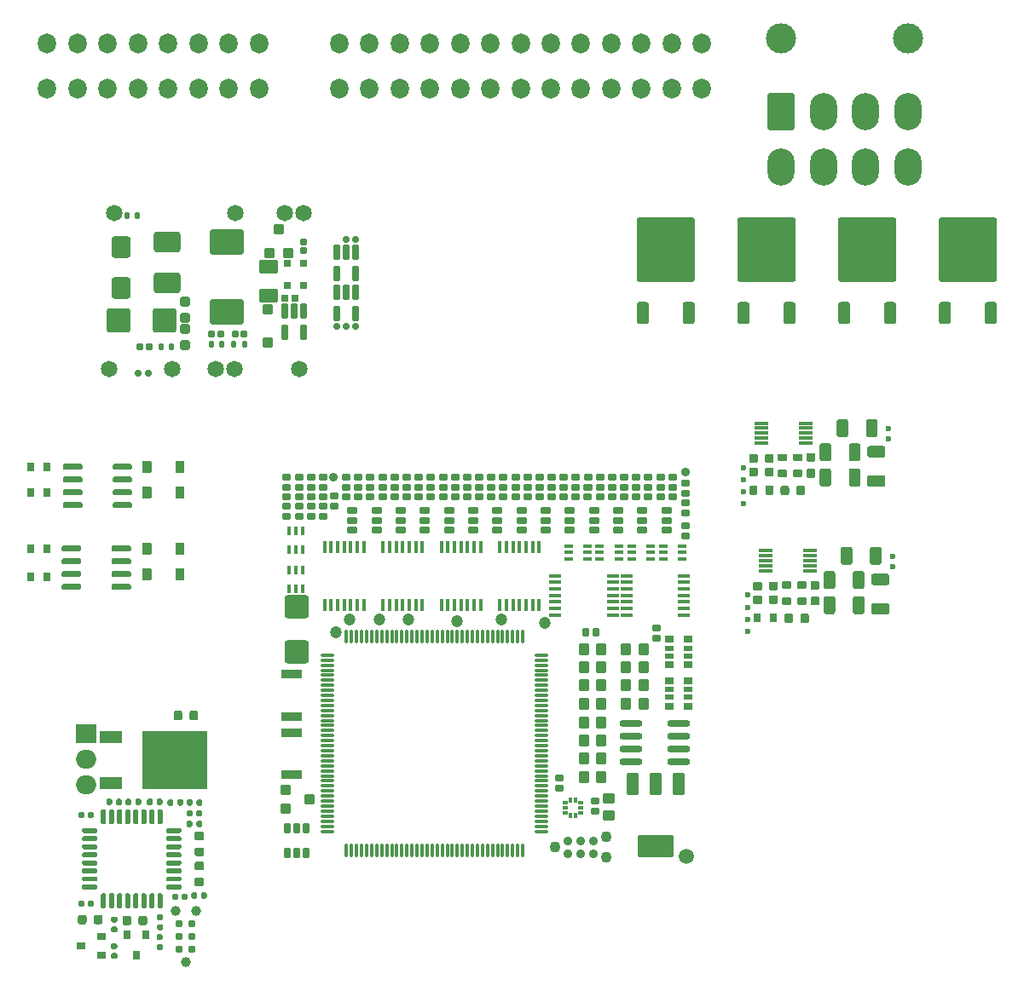
<source format=gts>
G75*
G70*
%OFA0B0*%
%FSLAX25Y25*%
%IPPOS*%
%LPD*%
%AMOC8*
5,1,8,0,0,1.08239X$1,22.5*
%
%AMM164*
21,1,0.039370,0.030320,-0.000000,-0.000000,270.000000*
21,1,0.028350,0.041340,-0.000000,-0.000000,270.000000*
1,1,0.011020,-0.015160,-0.014170*
1,1,0.011020,-0.015160,0.014170*
1,1,0.011020,0.015160,0.014170*
1,1,0.011020,0.015160,-0.014170*
%
%AMM165*
21,1,0.047240,0.075980,-0.000000,-0.000000,180.000000*
21,1,0.034650,0.088580,-0.000000,-0.000000,180.000000*
1,1,0.012600,-0.017320,0.037990*
1,1,0.012600,0.017320,0.037990*
1,1,0.012600,0.017320,-0.037990*
1,1,0.012600,-0.017320,-0.037990*
%
%AMM166*
21,1,0.047240,0.075990,-0.000000,-0.000000,180.000000*
21,1,0.034650,0.088580,-0.000000,-0.000000,180.000000*
1,1,0.012600,-0.017320,0.037990*
1,1,0.012600,0.017320,0.037990*
1,1,0.012600,0.017320,-0.037990*
1,1,0.012600,-0.017320,-0.037990*
%
%AMM167*
21,1,0.141730,0.067720,-0.000000,-0.000000,180.000000*
21,1,0.120870,0.088580,-0.000000,-0.000000,180.000000*
1,1,0.020870,-0.060430,0.033860*
1,1,0.020870,0.060430,0.033860*
1,1,0.020870,0.060430,-0.033860*
1,1,0.020870,-0.060430,-0.033860*
%
%AMM168*
21,1,0.043310,0.035430,-0.000000,-0.000000,180.000000*
21,1,0.031500,0.047240,-0.000000,-0.000000,180.000000*
1,1,0.011810,-0.015750,0.017720*
1,1,0.011810,0.015750,0.017720*
1,1,0.011810,0.015750,-0.017720*
1,1,0.011810,-0.015750,-0.017720*
%
%AMM169*
21,1,0.027560,0.030710,-0.000000,-0.000000,0.000000*
21,1,0.018900,0.039370,-0.000000,-0.000000,0.000000*
1,1,0.008660,0.009450,-0.015350*
1,1,0.008660,-0.009450,-0.015350*
1,1,0.008660,-0.009450,0.015350*
1,1,0.008660,0.009450,0.015350*
%
%AMM170*
21,1,0.031500,0.018900,-0.000000,-0.000000,0.000000*
21,1,0.022840,0.027560,-0.000000,-0.000000,0.000000*
1,1,0.008660,0.011420,-0.009450*
1,1,0.008660,-0.011420,-0.009450*
1,1,0.008660,-0.011420,0.009450*
1,1,0.008660,0.011420,0.009450*
%
%AMM171*
21,1,0.027560,0.030710,-0.000000,-0.000000,90.000000*
21,1,0.018900,0.039370,-0.000000,-0.000000,90.000000*
1,1,0.008660,0.015350,0.009450*
1,1,0.008660,0.015350,-0.009450*
1,1,0.008660,-0.015350,-0.009450*
1,1,0.008660,-0.015350,0.009450*
%
%AMM172*
21,1,0.090550,0.073230,-0.000000,-0.000000,270.000000*
21,1,0.069290,0.094490,-0.000000,-0.000000,270.000000*
1,1,0.021260,-0.036610,-0.034650*
1,1,0.021260,-0.036610,0.034650*
1,1,0.021260,0.036610,0.034650*
1,1,0.021260,0.036610,-0.034650*
%
%AMM173*
21,1,0.029530,0.026380,-0.000000,-0.000000,270.000000*
21,1,0.020470,0.035430,-0.000000,-0.000000,270.000000*
1,1,0.009060,-0.013190,-0.010240*
1,1,0.009060,-0.013190,0.010240*
1,1,0.009060,0.013190,0.010240*
1,1,0.009060,0.013190,-0.010240*
%
%AMM174*
21,1,0.021650,0.027950,-0.000000,-0.000000,270.000000*
21,1,0.014170,0.035430,-0.000000,-0.000000,270.000000*
1,1,0.007480,-0.013980,-0.007090*
1,1,0.007480,-0.013980,0.007090*
1,1,0.007480,0.013980,0.007090*
1,1,0.007480,0.013980,-0.007090*
%
%AMM175*
21,1,0.035430,0.072440,-0.000000,-0.000000,270.000000*
21,1,0.025200,0.082680,-0.000000,-0.000000,270.000000*
1,1,0.010240,-0.036220,-0.012600*
1,1,0.010240,-0.036220,0.012600*
1,1,0.010240,0.036220,0.012600*
1,1,0.010240,0.036220,-0.012600*
%
%AMM176*
21,1,0.016540,0.028980,-0.000000,-0.000000,270.000000*
21,1,0.010080,0.035430,-0.000000,-0.000000,270.000000*
1,1,0.006460,-0.014490,-0.005040*
1,1,0.006460,-0.014490,0.005040*
1,1,0.006460,0.014490,0.005040*
1,1,0.006460,0.014490,-0.005040*
%
%AMM177*
21,1,0.016540,0.028980,-0.000000,-0.000000,0.000000*
21,1,0.010080,0.035430,-0.000000,-0.000000,0.000000*
1,1,0.006460,0.005040,-0.014490*
1,1,0.006460,-0.005040,-0.014490*
1,1,0.006460,-0.005040,0.014490*
1,1,0.006460,0.005040,0.014490*
%
%AMM178*
21,1,0.043310,0.035430,-0.000000,-0.000000,90.000000*
21,1,0.031500,0.047240,-0.000000,-0.000000,90.000000*
1,1,0.011810,0.017720,0.015750*
1,1,0.011810,0.017720,-0.015750*
1,1,0.011810,-0.017720,-0.015750*
1,1,0.011810,-0.017720,0.015750*
%
%AMM179*
21,1,0.031500,0.018900,-0.000000,-0.000000,270.000000*
21,1,0.022840,0.027560,-0.000000,-0.000000,270.000000*
1,1,0.008660,-0.009450,-0.011420*
1,1,0.008660,-0.009450,0.011420*
1,1,0.008660,0.009450,0.011420*
1,1,0.008660,0.009450,-0.011420*
%
%AMM225*
21,1,0.027170,0.052760,0.000000,-0.000000,180.000000*
21,1,0.017320,0.062600,0.000000,-0.000000,180.000000*
1,1,0.009840,-0.008660,0.026380*
1,1,0.009840,0.008660,0.026380*
1,1,0.009840,0.008660,-0.026380*
1,1,0.009840,-0.008660,-0.026380*
%
%AMM231*
21,1,0.025200,0.019680,0.000000,-0.000000,180.000000*
21,1,0.015750,0.029130,0.000000,-0.000000,180.000000*
1,1,0.009450,-0.007870,0.009840*
1,1,0.009450,0.007870,0.009840*
1,1,0.009450,0.007870,-0.009840*
1,1,0.009450,-0.007870,-0.009840*
%
%AMM233*
21,1,0.025200,0.019680,0.000000,-0.000000,270.000000*
21,1,0.015750,0.029130,0.000000,-0.000000,270.000000*
1,1,0.009450,-0.009840,-0.007870*
1,1,0.009450,-0.009840,0.007870*
1,1,0.009450,0.009840,0.007870*
1,1,0.009450,0.009840,-0.007870*
%
%AMM294*
21,1,0.092130,0.073230,0.000000,-0.000000,180.000000*
21,1,0.069290,0.096060,0.000000,-0.000000,180.000000*
1,1,0.022840,-0.034650,0.036610*
1,1,0.022840,0.034650,0.036610*
1,1,0.022840,0.034650,-0.036610*
1,1,0.022840,-0.034650,-0.036610*
%
%AMM295*
21,1,0.100000,0.111020,0.000000,-0.000000,270.000000*
21,1,0.075590,0.135430,0.000000,-0.000000,270.000000*
1,1,0.024410,-0.055510,-0.037800*
1,1,0.024410,-0.055510,0.037800*
1,1,0.024410,0.055510,0.037800*
1,1,0.024410,0.055510,-0.037800*
%
%AMM296*
21,1,0.080320,0.083460,0.000000,-0.000000,270.000000*
21,1,0.059840,0.103940,0.000000,-0.000000,270.000000*
1,1,0.020470,-0.041730,-0.029920*
1,1,0.020470,-0.041730,0.029920*
1,1,0.020470,0.041730,0.029920*
1,1,0.020470,0.041730,-0.029920*
%
%AMM297*
21,1,0.084250,0.053540,0.000000,-0.000000,90.000000*
21,1,0.065350,0.072440,0.000000,-0.000000,90.000000*
1,1,0.018900,0.026770,0.032680*
1,1,0.018900,0.026770,-0.032680*
1,1,0.018900,-0.026770,-0.032680*
1,1,0.018900,-0.026770,0.032680*
%
%AMM298*
21,1,0.040950,0.030320,0.000000,-0.000000,0.000000*
21,1,0.028350,0.042910,0.000000,-0.000000,0.000000*
1,1,0.012600,0.014170,-0.015160*
1,1,0.012600,-0.014170,-0.015160*
1,1,0.012600,-0.014170,0.015160*
1,1,0.012600,0.014170,0.015160*
%
%AMM299*
21,1,0.041340,0.026770,0.000000,-0.000000,270.000000*
21,1,0.029130,0.038980,0.000000,-0.000000,270.000000*
1,1,0.012210,-0.013390,-0.014570*
1,1,0.012210,-0.013390,0.014570*
1,1,0.012210,0.013390,0.014570*
1,1,0.012210,0.013390,-0.014570*
%
%AMM300*
21,1,0.076380,0.036220,0.000000,-0.000000,0.000000*
21,1,0.061810,0.050790,0.000000,-0.000000,0.000000*
1,1,0.014570,0.030910,-0.018110*
1,1,0.014570,-0.030910,-0.018110*
1,1,0.014570,-0.030910,0.018110*
1,1,0.014570,0.030910,0.018110*
%
%AMM301*
21,1,0.038980,0.026770,0.000000,-0.000000,270.000000*
21,1,0.026770,0.038980,0.000000,-0.000000,270.000000*
1,1,0.012210,-0.013390,-0.013390*
1,1,0.012210,-0.013390,0.013390*
1,1,0.012210,0.013390,0.013390*
1,1,0.012210,0.013390,-0.013390*
%
%AMM302*
21,1,0.021260,0.016540,0.000000,-0.000000,180.000000*
21,1,0.012600,0.025200,0.000000,-0.000000,180.000000*
1,1,0.008660,-0.006300,0.008270*
1,1,0.008660,0.006300,0.008270*
1,1,0.008660,0.006300,-0.008270*
1,1,0.008660,-0.006300,-0.008270*
%
%AMM303*
21,1,0.029130,0.018900,0.000000,-0.000000,0.000000*
21,1,0.018900,0.029130,0.000000,-0.000000,0.000000*
1,1,0.010240,0.009450,-0.009450*
1,1,0.010240,-0.009450,-0.009450*
1,1,0.010240,-0.009450,0.009450*
1,1,0.010240,0.009450,0.009450*
%
%ADD10O,0.07087X0.07874*%
%ADD105C,0.03494*%
%ADD109C,0.03543*%
%ADD11C,0.02362*%
%ADD113O,0.01575X0.04724*%
%ADD114O,0.04724X0.01575*%
%ADD116O,0.09055X0.02756*%
%ADD118R,0.01870X0.01772*%
%ADD119R,0.01772X0.01870*%
%ADD122C,0.04294*%
%ADD123C,0.04724*%
%ADD168C,0.02913*%
%ADD177R,0.03543X0.03150*%
%ADD179C,0.05118*%
%ADD181R,0.03150X0.03543*%
%ADD222C,0.06457*%
%ADD25C,0.05906*%
%ADD329M164*%
%ADD330M165*%
%ADD331M166*%
%ADD332M167*%
%ADD333M168*%
%ADD334M169*%
%ADD335M170*%
%ADD336M171*%
%ADD337M172*%
%ADD338M173*%
%ADD339M174*%
%ADD340M175*%
%ADD341M176*%
%ADD342M177*%
%ADD343M178*%
%ADD344M179*%
%ADD36C,0.11811*%
%ADD390M225*%
%ADD396M231*%
%ADD398M233*%
%ADD399R,0.08661X0.04724*%
%ADD400R,0.25197X0.22835*%
%ADD401R,0.07874X0.07500*%
%ADD402O,0.07874X0.07500*%
%ADD44O,0.10630X0.14567*%
%ADD469M294*%
%ADD470M295*%
%ADD471M296*%
%ADD472M297*%
%ADD473M298*%
%ADD474M299*%
%ADD475M300*%
%ADD476M301*%
%ADD477M302*%
%ADD478M303*%
%ADD64R,0.05512X0.01181*%
%ADD91C,0.03100*%
%ADD94C,0.03900*%
%ADD97O,0.01260X0.05512*%
%ADD98O,0.05512X0.01260*%
X0000000Y0000000D02*
%LPD*%
G01*
D10*
X0012945Y0362701D03*
X0024756Y0362701D03*
X0036567Y0362701D03*
X0048378Y0362701D03*
X0060189Y0362701D03*
X0072000Y0362701D03*
X0083811Y0362701D03*
X0095622Y0362701D03*
X0127118Y0362701D03*
X0138929Y0362701D03*
X0150740Y0362701D03*
X0162551Y0362701D03*
X0174362Y0362701D03*
X0186173Y0362701D03*
X0197984Y0362701D03*
X0209795Y0362701D03*
X0221606Y0362701D03*
X0233417Y0362701D03*
X0245228Y0362701D03*
X0257039Y0362701D03*
X0268850Y0362701D03*
X0268850Y0380417D03*
X0257039Y0380417D03*
X0245228Y0380417D03*
X0233417Y0380417D03*
X0221606Y0380417D03*
X0209795Y0380417D03*
X0197984Y0380417D03*
X0186173Y0380417D03*
X0174362Y0380417D03*
X0162551Y0380417D03*
X0150740Y0380417D03*
X0138929Y0380417D03*
X0127118Y0380417D03*
X0095622Y0380417D03*
X0083811Y0380417D03*
X0072000Y0380417D03*
X0060189Y0380417D03*
X0048378Y0380417D03*
X0036567Y0380417D03*
X0024756Y0380417D03*
X0012945Y0380417D03*
G36*
G01*
X0066614Y0184709D02*
X0066614Y0180693D01*
G75*
G02*
X0066260Y0180339I-000354J0000000D01*
G01*
X0063425Y0180339D01*
G75*
G02*
X0063071Y0180693I0000000J0000354D01*
G01*
X0063071Y0184709D01*
G75*
G02*
X0063425Y0185063I0000354J0000000D01*
G01*
X0066260Y0185063D01*
G75*
G02*
X0066614Y0184709I0000000J-000354D01*
G01*
G37*
G36*
G01*
X0053622Y0184709D02*
X0053622Y0180693D01*
G75*
G02*
X0053268Y0180339I-000354J0000000D01*
G01*
X0050433Y0180339D01*
G75*
G02*
X0050079Y0180693I0000000J0000354D01*
G01*
X0050079Y0184709D01*
G75*
G02*
X0050433Y0185063I0000354J0000000D01*
G01*
X0053268Y0185063D01*
G75*
G02*
X0053622Y0184709I0000000J-000354D01*
G01*
G37*
G36*
G01*
X0019012Y0214110D02*
X0019012Y0215291D01*
G75*
G02*
X0019602Y0215882I0000591J0000000D01*
G01*
X0026098Y0215882D01*
G75*
G02*
X0026689Y0215291I0000000J-000591D01*
G01*
X0026689Y0214110D01*
G75*
G02*
X0026098Y0213520I-000591J0000000D01*
G01*
X0019602Y0213520D01*
G75*
G02*
X0019012Y0214110I0000000J0000591D01*
G01*
G37*
G36*
G01*
X0019012Y0209110D02*
X0019012Y0210291D01*
G75*
G02*
X0019602Y0210882I0000591J0000000D01*
G01*
X0026098Y0210882D01*
G75*
G02*
X0026689Y0210291I0000000J-000591D01*
G01*
X0026689Y0209110D01*
G75*
G02*
X0026098Y0208520I-000591J0000000D01*
G01*
X0019602Y0208520D01*
G75*
G02*
X0019012Y0209110I0000000J0000591D01*
G01*
G37*
G36*
G01*
X0019012Y0204110D02*
X0019012Y0205291D01*
G75*
G02*
X0019602Y0205882I0000591J0000000D01*
G01*
X0026098Y0205882D01*
G75*
G02*
X0026689Y0205291I0000000J-000591D01*
G01*
X0026689Y0204110D01*
G75*
G02*
X0026098Y0203520I-000591J0000000D01*
G01*
X0019602Y0203520D01*
G75*
G02*
X0019012Y0204110I0000000J0000591D01*
G01*
G37*
G36*
G01*
X0019012Y0199110D02*
X0019012Y0200291D01*
G75*
G02*
X0019602Y0200882I0000591J0000000D01*
G01*
X0026098Y0200882D01*
G75*
G02*
X0026689Y0200291I0000000J-000591D01*
G01*
X0026689Y0199110D01*
G75*
G02*
X0026098Y0198520I-000591J0000000D01*
G01*
X0019602Y0198520D01*
G75*
G02*
X0019012Y0199110I0000000J0000591D01*
G01*
G37*
G36*
G01*
X0038500Y0199110D02*
X0038500Y0200291D01*
G75*
G02*
X0039091Y0200882I0000591J0000000D01*
G01*
X0045587Y0200882D01*
G75*
G02*
X0046177Y0200291I0000000J-000591D01*
G01*
X0046177Y0199110D01*
G75*
G02*
X0045587Y0198520I-000591J0000000D01*
G01*
X0039091Y0198520D01*
G75*
G02*
X0038500Y0199110I0000000J0000591D01*
G01*
G37*
G36*
G01*
X0038500Y0204110D02*
X0038500Y0205291D01*
G75*
G02*
X0039091Y0205882I0000591J0000000D01*
G01*
X0045587Y0205882D01*
G75*
G02*
X0046177Y0205291I0000000J-000591D01*
G01*
X0046177Y0204110D01*
G75*
G02*
X0045587Y0203520I-000591J0000000D01*
G01*
X0039091Y0203520D01*
G75*
G02*
X0038500Y0204110I0000000J0000591D01*
G01*
G37*
G36*
G01*
X0038500Y0209110D02*
X0038500Y0210291D01*
G75*
G02*
X0039091Y0210882I0000591J0000000D01*
G01*
X0045587Y0210882D01*
G75*
G02*
X0046177Y0210291I0000000J-000591D01*
G01*
X0046177Y0209110D01*
G75*
G02*
X0045587Y0208520I-000591J0000000D01*
G01*
X0039091Y0208520D01*
G75*
G02*
X0038500Y0209110I0000000J0000591D01*
G01*
G37*
G36*
G01*
X0038500Y0214110D02*
X0038500Y0215291D01*
G75*
G02*
X0039091Y0215882I0000591J0000000D01*
G01*
X0045587Y0215882D01*
G75*
G02*
X0046177Y0215291I0000000J-000591D01*
G01*
X0046177Y0214110D01*
G75*
G02*
X0045587Y0213520I-000591J0000000D01*
G01*
X0039091Y0213520D01*
G75*
G02*
X0038500Y0214110I0000000J0000591D01*
G01*
G37*
D11*
X0133488Y0269575D03*
X0129748Y0269575D03*
X0126008Y0269575D03*
X0129945Y0303827D03*
X0133488Y0303827D03*
G36*
G01*
X0325882Y0270567D02*
X0323126Y0270567D01*
G75*
G02*
X0322142Y0271551I0000000J0000984D01*
G01*
X0322142Y0278244D01*
G75*
G02*
X0323126Y0279228I0000984J0000000D01*
G01*
X0325882Y0279228D01*
G75*
G02*
X0326866Y0278244I0000000J-000984D01*
G01*
X0326866Y0271551D01*
G75*
G02*
X0325882Y0270567I-000984J0000000D01*
G01*
G37*
G36*
G01*
X0343913Y0287102D02*
X0323047Y0287102D01*
G75*
G02*
X0322063Y0288087I0000000J0000984D01*
G01*
X0322063Y0311315D01*
G75*
G02*
X0323047Y0312299I0000984J0000000D01*
G01*
X0343913Y0312299D01*
G75*
G02*
X0344898Y0311315I0000000J-000984D01*
G01*
X0344898Y0288087D01*
G75*
G02*
X0343913Y0287102I-000984J0000000D01*
G01*
G37*
G36*
G01*
X0343835Y0270567D02*
X0341079Y0270567D01*
G75*
G02*
X0340094Y0271551I0000000J0000984D01*
G01*
X0340094Y0278244D01*
G75*
G02*
X0341079Y0279228I0000984J0000000D01*
G01*
X0343835Y0279228D01*
G75*
G02*
X0344819Y0278244I0000000J-000984D01*
G01*
X0344819Y0271551D01*
G75*
G02*
X0343835Y0270567I-000984J0000000D01*
G01*
G37*
G36*
G01*
X0005173Y0203165D02*
X0005173Y0206236D01*
G75*
G02*
X0005449Y0206512I0000276J0000000D01*
G01*
X0007654Y0206512D01*
G75*
G02*
X0007929Y0206236I0000000J-000276D01*
G01*
X0007929Y0203165D01*
G75*
G02*
X0007654Y0202890I-000276J0000000D01*
G01*
X0005449Y0202890D01*
G75*
G02*
X0005173Y0203165I0000000J0000276D01*
G01*
G37*
G36*
G01*
X0011472Y0203165D02*
X0011472Y0206236D01*
G75*
G02*
X0011748Y0206512I0000276J0000000D01*
G01*
X0013953Y0206512D01*
G75*
G02*
X0014228Y0206236I0000000J-000276D01*
G01*
X0014228Y0203165D01*
G75*
G02*
X0013953Y0202890I-000276J0000000D01*
G01*
X0011748Y0202890D01*
G75*
G02*
X0011472Y0203165I0000000J0000276D01*
G01*
G37*
G36*
G01*
X0066614Y0174709D02*
X0066614Y0170693D01*
G75*
G02*
X0066260Y0170339I-000354J0000000D01*
G01*
X0063425Y0170339D01*
G75*
G02*
X0063071Y0170693I0000000J0000354D01*
G01*
X0063071Y0174709D01*
G75*
G02*
X0063425Y0175063I0000354J0000000D01*
G01*
X0066260Y0175063D01*
G75*
G02*
X0066614Y0174709I0000000J-000354D01*
G01*
G37*
G36*
G01*
X0053622Y0174709D02*
X0053622Y0170693D01*
G75*
G02*
X0053268Y0170339I-000354J0000000D01*
G01*
X0050433Y0170339D01*
G75*
G02*
X0050079Y0170693I0000000J0000354D01*
G01*
X0050079Y0174709D01*
G75*
G02*
X0050433Y0175063I0000354J0000000D01*
G01*
X0053268Y0175063D01*
G75*
G02*
X0053622Y0174709I0000000J-000354D01*
G01*
G37*
G36*
G01*
X0005173Y0181165D02*
X0005173Y0184236D01*
G75*
G02*
X0005449Y0184512I0000276J0000000D01*
G01*
X0007654Y0184512D01*
G75*
G02*
X0007929Y0184236I0000000J-000276D01*
G01*
X0007929Y0181165D01*
G75*
G02*
X0007654Y0180890I-000276J0000000D01*
G01*
X0005449Y0180890D01*
G75*
G02*
X0005173Y0181165I0000000J0000276D01*
G01*
G37*
G36*
G01*
X0011472Y0181165D02*
X0011472Y0184236D01*
G75*
G02*
X0011748Y0184512I0000276J0000000D01*
G01*
X0013953Y0184512D01*
G75*
G02*
X0014228Y0184236I0000000J-000276D01*
G01*
X0014228Y0181165D01*
G75*
G02*
X0013953Y0180890I-000276J0000000D01*
G01*
X0011748Y0180890D01*
G75*
G02*
X0011472Y0181165I0000000J0000276D01*
G01*
G37*
G36*
G01*
X0286512Y0270567D02*
X0283756Y0270567D01*
G75*
G02*
X0282772Y0271551I0000000J0000984D01*
G01*
X0282772Y0278244D01*
G75*
G02*
X0283756Y0279228I0000984J0000000D01*
G01*
X0286512Y0279228D01*
G75*
G02*
X0287496Y0278244I0000000J-000984D01*
G01*
X0287496Y0271551D01*
G75*
G02*
X0286512Y0270567I-000984J0000000D01*
G01*
G37*
G36*
G01*
X0304543Y0287102D02*
X0283677Y0287102D01*
G75*
G02*
X0282693Y0288087I0000000J0000984D01*
G01*
X0282693Y0311315D01*
G75*
G02*
X0283677Y0312299I0000984J0000000D01*
G01*
X0304543Y0312299D01*
G75*
G02*
X0305528Y0311315I0000000J-000984D01*
G01*
X0305528Y0288087D01*
G75*
G02*
X0304543Y0287102I-000984J0000000D01*
G01*
G37*
G36*
G01*
X0304465Y0270567D02*
X0301709Y0270567D01*
G75*
G02*
X0300724Y0271551I0000000J0000984D01*
G01*
X0300724Y0278244D01*
G75*
G02*
X0301709Y0279228I0000984J0000000D01*
G01*
X0304465Y0279228D01*
G75*
G02*
X0305449Y0278244I0000000J-000984D01*
G01*
X0305449Y0271551D01*
G75*
G02*
X0304465Y0270567I-000984J0000000D01*
G01*
G37*
G36*
G01*
X0005173Y0170165D02*
X0005173Y0173236D01*
G75*
G02*
X0005449Y0173512I0000276J0000000D01*
G01*
X0007654Y0173512D01*
G75*
G02*
X0007929Y0173236I0000000J-000276D01*
G01*
X0007929Y0170165D01*
G75*
G02*
X0007654Y0169890I-000276J0000000D01*
G01*
X0005449Y0169890D01*
G75*
G02*
X0005173Y0170165I0000000J0000276D01*
G01*
G37*
G36*
G01*
X0011472Y0170165D02*
X0011472Y0173236D01*
G75*
G02*
X0011748Y0173512I0000276J0000000D01*
G01*
X0013953Y0173512D01*
G75*
G02*
X0014228Y0173236I0000000J-000276D01*
G01*
X0014228Y0170165D01*
G75*
G02*
X0013953Y0169890I-000276J0000000D01*
G01*
X0011748Y0169890D01*
G75*
G02*
X0011472Y0170165I0000000J0000276D01*
G01*
G37*
G36*
G01*
X0005173Y0213165D02*
X0005173Y0216236D01*
G75*
G02*
X0005449Y0216512I0000276J0000000D01*
G01*
X0007654Y0216512D01*
G75*
G02*
X0007929Y0216236I0000000J-000276D01*
G01*
X0007929Y0213165D01*
G75*
G02*
X0007654Y0212890I-000276J0000000D01*
G01*
X0005449Y0212890D01*
G75*
G02*
X0005173Y0213165I0000000J0000276D01*
G01*
G37*
G36*
G01*
X0011472Y0213165D02*
X0011472Y0216236D01*
G75*
G02*
X0011748Y0216512I0000276J0000000D01*
G01*
X0013953Y0216512D01*
G75*
G02*
X0014228Y0216236I0000000J-000276D01*
G01*
X0014228Y0213165D01*
G75*
G02*
X0013953Y0212890I-000276J0000000D01*
G01*
X0011748Y0212890D01*
G75*
G02*
X0011472Y0213165I0000000J0000276D01*
G01*
G37*
G36*
G01*
X0365252Y0270567D02*
X0362496Y0270567D01*
G75*
G02*
X0361512Y0271551I0000000J0000984D01*
G01*
X0361512Y0278244D01*
G75*
G02*
X0362496Y0279228I0000984J0000000D01*
G01*
X0365252Y0279228D01*
G75*
G02*
X0366236Y0278244I0000000J-000984D01*
G01*
X0366236Y0271551D01*
G75*
G02*
X0365252Y0270567I-000984J0000000D01*
G01*
G37*
G36*
G01*
X0383283Y0287102D02*
X0362417Y0287102D01*
G75*
G02*
X0361433Y0288087I0000000J0000984D01*
G01*
X0361433Y0311315D01*
G75*
G02*
X0362417Y0312299I0000984J0000000D01*
G01*
X0383283Y0312299D01*
G75*
G02*
X0384268Y0311315I0000000J-000984D01*
G01*
X0384268Y0288087D01*
G75*
G02*
X0383283Y0287102I-000984J0000000D01*
G01*
G37*
G36*
G01*
X0383205Y0270567D02*
X0380449Y0270567D01*
G75*
G02*
X0379465Y0271551I0000000J0000984D01*
G01*
X0379465Y0278244D01*
G75*
G02*
X0380449Y0279228I0000984J0000000D01*
G01*
X0383205Y0279228D01*
G75*
G02*
X0384189Y0278244I0000000J-000984D01*
G01*
X0384189Y0271551D01*
G75*
G02*
X0383205Y0270567I-000984J0000000D01*
G01*
G37*
D25*
X0111425Y0253118D03*
X0086228Y0253118D03*
X0078748Y0253118D03*
X0061819Y0253118D03*
D11*
X0052370Y0251346D03*
X0048433Y0251346D03*
D25*
X0037213Y0253118D03*
X0113197Y0314142D03*
X0105913Y0314142D03*
X0086425Y0314142D03*
X0038984Y0314142D03*
G36*
G01*
X0018524Y0182110D02*
X0018524Y0183291D01*
G75*
G02*
X0019114Y0183882I0000591J0000000D01*
G01*
X0025610Y0183882D01*
G75*
G02*
X0026201Y0183291I0000000J-000591D01*
G01*
X0026201Y0182110D01*
G75*
G02*
X0025610Y0181520I-000591J0000000D01*
G01*
X0019114Y0181520D01*
G75*
G02*
X0018524Y0182110I0000000J0000591D01*
G01*
G37*
G36*
G01*
X0018524Y0177110D02*
X0018524Y0178291D01*
G75*
G02*
X0019114Y0178882I0000591J0000000D01*
G01*
X0025610Y0178882D01*
G75*
G02*
X0026201Y0178291I0000000J-000591D01*
G01*
X0026201Y0177110D01*
G75*
G02*
X0025610Y0176520I-000591J0000000D01*
G01*
X0019114Y0176520D01*
G75*
G02*
X0018524Y0177110I0000000J0000591D01*
G01*
G37*
G36*
G01*
X0018524Y0172110D02*
X0018524Y0173291D01*
G75*
G02*
X0019114Y0173882I0000591J0000000D01*
G01*
X0025610Y0173882D01*
G75*
G02*
X0026201Y0173291I0000000J-000591D01*
G01*
X0026201Y0172110D01*
G75*
G02*
X0025610Y0171520I-000591J0000000D01*
G01*
X0019114Y0171520D01*
G75*
G02*
X0018524Y0172110I0000000J0000591D01*
G01*
G37*
G36*
G01*
X0018524Y0167110D02*
X0018524Y0168291D01*
G75*
G02*
X0019114Y0168882I0000591J0000000D01*
G01*
X0025610Y0168882D01*
G75*
G02*
X0026201Y0168291I0000000J-000591D01*
G01*
X0026201Y0167110D01*
G75*
G02*
X0025610Y0166520I-000591J0000000D01*
G01*
X0019114Y0166520D01*
G75*
G02*
X0018524Y0167110I0000000J0000591D01*
G01*
G37*
G36*
G01*
X0038012Y0167110D02*
X0038012Y0168291D01*
G75*
G02*
X0038602Y0168882I0000591J0000000D01*
G01*
X0045098Y0168882D01*
G75*
G02*
X0045689Y0168291I0000000J-000591D01*
G01*
X0045689Y0167110D01*
G75*
G02*
X0045098Y0166520I-000591J0000000D01*
G01*
X0038602Y0166520D01*
G75*
G02*
X0038012Y0167110I0000000J0000591D01*
G01*
G37*
G36*
G01*
X0038012Y0172110D02*
X0038012Y0173291D01*
G75*
G02*
X0038602Y0173882I0000591J0000000D01*
G01*
X0045098Y0173882D01*
G75*
G02*
X0045689Y0173291I0000000J-000591D01*
G01*
X0045689Y0172110D01*
G75*
G02*
X0045098Y0171520I-000591J0000000D01*
G01*
X0038602Y0171520D01*
G75*
G02*
X0038012Y0172110I0000000J0000591D01*
G01*
G37*
G36*
G01*
X0038012Y0177110D02*
X0038012Y0178291D01*
G75*
G02*
X0038602Y0178882I0000591J0000000D01*
G01*
X0045098Y0178882D01*
G75*
G02*
X0045689Y0178291I0000000J-000591D01*
G01*
X0045689Y0177110D01*
G75*
G02*
X0045098Y0176520I-000591J0000000D01*
G01*
X0038602Y0176520D01*
G75*
G02*
X0038012Y0177110I0000000J0000591D01*
G01*
G37*
G36*
G01*
X0038012Y0182110D02*
X0038012Y0183291D01*
G75*
G02*
X0038602Y0183882I0000591J0000000D01*
G01*
X0045098Y0183882D01*
G75*
G02*
X0045689Y0183291I0000000J-000591D01*
G01*
X0045689Y0182110D01*
G75*
G02*
X0045098Y0181520I-000591J0000000D01*
G01*
X0038602Y0181520D01*
G75*
G02*
X0038012Y0182110I0000000J0000591D01*
G01*
G37*
D36*
X0299780Y0382441D03*
X0349386Y0382441D03*
G36*
G01*
X0294465Y0347402D02*
X0294465Y0360000D01*
G75*
G02*
X0295449Y0360984I0000984J0000000D01*
G01*
X0304110Y0360984D01*
G75*
G02*
X0305094Y0360000I0000000J-000984D01*
G01*
X0305094Y0347402D01*
G75*
G02*
X0304110Y0346417I-000984J0000000D01*
G01*
X0295449Y0346417D01*
G75*
G02*
X0294465Y0347402I0000000J0000984D01*
G01*
G37*
D44*
X0316315Y0353701D03*
X0332850Y0353701D03*
X0349386Y0353701D03*
X0299780Y0332047D03*
X0316315Y0332047D03*
X0332850Y0332047D03*
X0349386Y0332047D03*
G36*
G01*
X0066614Y0216709D02*
X0066614Y0212693D01*
G75*
G02*
X0066260Y0212339I-000354J0000000D01*
G01*
X0063425Y0212339D01*
G75*
G02*
X0063071Y0212693I0000000J0000354D01*
G01*
X0063071Y0216709D01*
G75*
G02*
X0063425Y0217063I0000354J0000000D01*
G01*
X0066260Y0217063D01*
G75*
G02*
X0066614Y0216709I0000000J-000354D01*
G01*
G37*
G36*
G01*
X0053622Y0216709D02*
X0053622Y0212693D01*
G75*
G02*
X0053268Y0212339I-000354J0000000D01*
G01*
X0050433Y0212339D01*
G75*
G02*
X0050079Y0212693I0000000J0000354D01*
G01*
X0050079Y0216709D01*
G75*
G02*
X0050433Y0217063I0000354J0000000D01*
G01*
X0053268Y0217063D01*
G75*
G02*
X0053622Y0216709I0000000J-000354D01*
G01*
G37*
D11*
X0286638Y0159821D03*
X0286638Y0164545D03*
X0286638Y0155096D03*
X0286638Y0150372D03*
X0343429Y0175805D03*
X0343429Y0179742D03*
G36*
G01*
X0066614Y0206709D02*
X0066614Y0202693D01*
G75*
G02*
X0066260Y0202339I-000354J0000000D01*
G01*
X0063425Y0202339D01*
G75*
G02*
X0063071Y0202693I0000000J0000354D01*
G01*
X0063071Y0206709D01*
G75*
G02*
X0063425Y0207063I0000354J0000000D01*
G01*
X0066260Y0207063D01*
G75*
G02*
X0066614Y0206709I0000000J-000354D01*
G01*
G37*
G36*
G01*
X0053622Y0206709D02*
X0053622Y0202693D01*
G75*
G02*
X0053268Y0202339I-000354J0000000D01*
G01*
X0050433Y0202339D01*
G75*
G02*
X0050079Y0202693I0000000J0000354D01*
G01*
X0050079Y0206709D01*
G75*
G02*
X0050433Y0207063I0000354J0000000D01*
G01*
X0053268Y0207063D01*
G75*
G02*
X0053622Y0206709I0000000J-000354D01*
G01*
G37*
X0285059Y0209780D03*
X0285059Y0214504D03*
X0285059Y0205055D03*
X0285059Y0200331D03*
X0341850Y0225764D03*
X0341850Y0229701D03*
G36*
G01*
X0247142Y0270567D02*
X0244386Y0270567D01*
G75*
G02*
X0243402Y0271551I0000000J0000984D01*
G01*
X0243402Y0278244D01*
G75*
G02*
X0244386Y0279228I0000984J0000000D01*
G01*
X0247142Y0279228D01*
G75*
G02*
X0248126Y0278244I0000000J-000984D01*
G01*
X0248126Y0271551D01*
G75*
G02*
X0247142Y0270567I-000984J0000000D01*
G01*
G37*
G36*
G01*
X0265173Y0287102D02*
X0244307Y0287102D01*
G75*
G02*
X0243323Y0288087I0000000J0000984D01*
G01*
X0243323Y0311315D01*
G75*
G02*
X0244307Y0312299I0000984J0000000D01*
G01*
X0265173Y0312299D01*
G75*
G02*
X0266157Y0311315I0000000J-000984D01*
G01*
X0266157Y0288087D01*
G75*
G02*
X0265173Y0287102I-000984J0000000D01*
G01*
G37*
G36*
G01*
X0265094Y0270567D02*
X0262339Y0270567D01*
G75*
G02*
X0261354Y0271551I0000000J0000984D01*
G01*
X0261354Y0278244D01*
G75*
G02*
X0262339Y0279228I0000984J0000000D01*
G01*
X0265094Y0279228D01*
G75*
G02*
X0266079Y0278244I0000000J-000984D01*
G01*
X0266079Y0271551D01*
G75*
G02*
X0265094Y0270567I-000984J0000000D01*
G01*
G37*
X0343327Y0236945D02*
%LPD*%
G01*
D11*
X0285059Y0209780D03*
X0285059Y0214504D03*
X0285059Y0205055D03*
X0285059Y0200331D03*
X0341851Y0225764D03*
X0341851Y0229701D03*
D64*
X0309469Y0223953D03*
X0309469Y0225921D03*
X0309469Y0227890D03*
X0309469Y0229858D03*
X0309469Y0231827D03*
X0292146Y0231827D03*
X0292146Y0229858D03*
X0292146Y0227890D03*
X0292146Y0225921D03*
X0292146Y0223953D03*
G36*
G01*
X0301949Y0210764D02*
X0298878Y0210764D01*
G75*
G02*
X0298603Y0211039I0000000J0000276D01*
G01*
X0298603Y0213244D01*
G75*
G02*
X0298878Y0213520I0000276J0000000D01*
G01*
X0301949Y0213520D01*
G75*
G02*
X0302225Y0213244I0000000J-000276D01*
G01*
X0302225Y0211039D01*
G75*
G02*
X0301949Y0210764I-000276J0000000D01*
G01*
G37*
G36*
G01*
X0301949Y0217063D02*
X0298878Y0217063D01*
G75*
G02*
X0298603Y0217339I0000000J0000276D01*
G01*
X0298603Y0219543D01*
G75*
G02*
X0298878Y0219819I0000276J0000000D01*
G01*
X0301949Y0219819D01*
G75*
G02*
X0302225Y0219543I0000000J-000276D01*
G01*
X0302225Y0217339D01*
G75*
G02*
X0301949Y0217063I-000276J0000000D01*
G01*
G37*
G36*
G01*
X0287618Y0204110D02*
X0287618Y0207181D01*
G75*
G02*
X0287894Y0207457I0000276J0000000D01*
G01*
X0290099Y0207457D01*
G75*
G02*
X0290374Y0207181I0000000J-000276D01*
G01*
X0290374Y0204110D01*
G75*
G02*
X0290099Y0203835I-000276J0000000D01*
G01*
X0287894Y0203835D01*
G75*
G02*
X0287618Y0204110I0000000J0000276D01*
G01*
G37*
G36*
G01*
X0293918Y0204110D02*
X0293918Y0207181D01*
G75*
G02*
X0294193Y0207457I0000276J0000000D01*
G01*
X0296398Y0207457D01*
G75*
G02*
X0296673Y0207181I0000000J-000276D01*
G01*
X0296673Y0204110D01*
G75*
G02*
X0296398Y0203835I-000276J0000000D01*
G01*
X0294193Y0203835D01*
G75*
G02*
X0293918Y0204110I0000000J0000276D01*
G01*
G37*
G36*
G01*
X0307855Y0210764D02*
X0304784Y0210764D01*
G75*
G02*
X0304508Y0211039I0000000J0000276D01*
G01*
X0304508Y0213244D01*
G75*
G02*
X0304784Y0213520I0000276J0000000D01*
G01*
X0307855Y0213520D01*
G75*
G02*
X0308130Y0213244I0000000J-000276D01*
G01*
X0308130Y0211039D01*
G75*
G02*
X0307855Y0210764I-000276J0000000D01*
G01*
G37*
G36*
G01*
X0307855Y0217063D02*
X0304784Y0217063D01*
G75*
G02*
X0304508Y0217339I0000000J0000276D01*
G01*
X0304508Y0219543D01*
G75*
G02*
X0304784Y0219819I0000276J0000000D01*
G01*
X0307855Y0219819D01*
G75*
G02*
X0308130Y0219543I0000000J-000276D01*
G01*
X0308130Y0217339D01*
G75*
G02*
X0307855Y0217063I-000276J0000000D01*
G01*
G37*
G36*
G01*
X0318504Y0207024D02*
X0315788Y0207024D01*
G75*
G02*
X0314882Y0207929I0000000J0000906D01*
G01*
X0314882Y0213205D01*
G75*
G02*
X0315788Y0214110I0000906J0000000D01*
G01*
X0318504Y0214110D01*
G75*
G02*
X0319410Y0213205I0000000J-000906D01*
G01*
X0319410Y0207929D01*
G75*
G02*
X0318504Y0207024I-000906J0000000D01*
G01*
G37*
G36*
G01*
X0329922Y0207024D02*
X0327205Y0207024D01*
G75*
G02*
X0326299Y0207929I0000000J0000906D01*
G01*
X0326299Y0213205D01*
G75*
G02*
X0327205Y0214110I0000906J0000000D01*
G01*
X0329922Y0214110D01*
G75*
G02*
X0330827Y0213205I0000000J-000906D01*
G01*
X0330827Y0207929D01*
G75*
G02*
X0329922Y0207024I-000906J0000000D01*
G01*
G37*
G36*
G01*
X0318504Y0216866D02*
X0315788Y0216866D01*
G75*
G02*
X0314882Y0217772I0000000J0000906D01*
G01*
X0314882Y0223047D01*
G75*
G02*
X0315788Y0223953I0000906J0000000D01*
G01*
X0318504Y0223953D01*
G75*
G02*
X0319410Y0223047I0000000J-000906D01*
G01*
X0319410Y0217772D01*
G75*
G02*
X0318504Y0216866I-000906J0000000D01*
G01*
G37*
G36*
G01*
X0329922Y0216866D02*
X0327205Y0216866D01*
G75*
G02*
X0326299Y0217772I0000000J0000906D01*
G01*
X0326299Y0223047D01*
G75*
G02*
X0327205Y0223953I0000906J0000000D01*
G01*
X0329922Y0223953D01*
G75*
G02*
X0330827Y0223047I0000000J-000906D01*
G01*
X0330827Y0217772D01*
G75*
G02*
X0329922Y0216866I-000906J0000000D01*
G01*
G37*
G36*
G01*
X0340571Y0210547D02*
X0340571Y0207831D01*
G75*
G02*
X0339666Y0206925I-000906J0000000D01*
G01*
X0334390Y0206925D01*
G75*
G02*
X0333484Y0207831I0000000J0000906D01*
G01*
X0333484Y0210547D01*
G75*
G02*
X0334390Y0211453I0000906J0000000D01*
G01*
X0339666Y0211453D01*
G75*
G02*
X0340571Y0210547I0000000J-000906D01*
G01*
G37*
G36*
G01*
X0340571Y0221965D02*
X0340571Y0219248D01*
G75*
G02*
X0339666Y0218343I-000906J0000000D01*
G01*
X0334390Y0218343D01*
G75*
G02*
X0333484Y0219248I0000000J0000906D01*
G01*
X0333484Y0221965D01*
G75*
G02*
X0334390Y0222870I0000906J0000000D01*
G01*
X0339666Y0222870D01*
G75*
G02*
X0340571Y0221965I0000000J-000906D01*
G01*
G37*
G36*
G01*
X0325197Y0226315D02*
X0322481Y0226315D01*
G75*
G02*
X0321575Y0227221I0000000J0000906D01*
G01*
X0321575Y0232496D01*
G75*
G02*
X0322481Y0233402I0000906J0000000D01*
G01*
X0325197Y0233402D01*
G75*
G02*
X0326103Y0232496I0000000J-000906D01*
G01*
X0326103Y0227221D01*
G75*
G02*
X0325197Y0226315I-000906J0000000D01*
G01*
G37*
G36*
G01*
X0336614Y0226315D02*
X0333898Y0226315D01*
G75*
G02*
X0332992Y0227221I0000000J0000906D01*
G01*
X0332992Y0232496D01*
G75*
G02*
X0333898Y0233402I0000906J0000000D01*
G01*
X0336614Y0233402D01*
G75*
G02*
X0337520Y0232496I0000000J-000906D01*
G01*
X0337520Y0227221D01*
G75*
G02*
X0336614Y0226315I-000906J0000000D01*
G01*
G37*
G36*
G01*
X0299528Y0204440D02*
X0299528Y0206458D01*
G75*
G02*
X0300389Y0207319I0000861J0000000D01*
G01*
X0302111Y0207319D01*
G75*
G02*
X0302973Y0206458I0000000J-000861D01*
G01*
X0302973Y0204440D01*
G75*
G02*
X0302111Y0203579I-000861J0000000D01*
G01*
X0300389Y0203579D01*
G75*
G02*
X0299528Y0204440I0000000J0000861D01*
G01*
G37*
G36*
G01*
X0305729Y0204440D02*
X0305729Y0206458D01*
G75*
G02*
X0306590Y0207319I0000861J0000000D01*
G01*
X0308312Y0207319D01*
G75*
G02*
X0309173Y0206458I0000000J-000861D01*
G01*
X0309173Y0204440D01*
G75*
G02*
X0308312Y0203579I-000861J0000000D01*
G01*
X0306590Y0203579D01*
G75*
G02*
X0305729Y0204440I0000000J0000861D01*
G01*
G37*
G36*
G01*
X0293583Y0211402D02*
X0293583Y0214079D01*
G75*
G02*
X0293918Y0214414I0000335J0000000D01*
G01*
X0296595Y0214414D01*
G75*
G02*
X0296929Y0214079I0000000J-000335D01*
G01*
X0296929Y0211402D01*
G75*
G02*
X0296595Y0211067I-000335J0000000D01*
G01*
X0293918Y0211067D01*
G75*
G02*
X0293583Y0211402I0000000J0000335D01*
G01*
G37*
G36*
G01*
X0287362Y0211402D02*
X0287362Y0214079D01*
G75*
G02*
X0287697Y0214414I0000335J0000000D01*
G01*
X0290374Y0214414D01*
G75*
G02*
X0290709Y0214079I0000000J-000335D01*
G01*
X0290709Y0211402D01*
G75*
G02*
X0290374Y0211067I-000335J0000000D01*
G01*
X0287697Y0211067D01*
G75*
G02*
X0287362Y0211402I0000000J0000335D01*
G01*
G37*
G36*
G01*
X0287362Y0216709D02*
X0287362Y0219386D01*
G75*
G02*
X0287697Y0219721I0000335J0000000D01*
G01*
X0290374Y0219721D01*
G75*
G02*
X0290709Y0219386I0000000J-000335D01*
G01*
X0290709Y0216709D01*
G75*
G02*
X0290374Y0216374I-000335J0000000D01*
G01*
X0287697Y0216374D01*
G75*
G02*
X0287362Y0216709I0000000J0000335D01*
G01*
G37*
G36*
G01*
X0293583Y0216709D02*
X0293583Y0219386D01*
G75*
G02*
X0293918Y0219721I0000335J0000000D01*
G01*
X0296595Y0219721D01*
G75*
G02*
X0296929Y0219386I0000000J-000335D01*
G01*
X0296929Y0216709D01*
G75*
G02*
X0296595Y0216374I-000335J0000000D01*
G01*
X0293918Y0216374D01*
G75*
G02*
X0293583Y0216709I0000000J0000335D01*
G01*
G37*
G36*
G01*
X0312776Y0210508D02*
X0310099Y0210508D01*
G75*
G02*
X0309764Y0210843I0000000J0000335D01*
G01*
X0309764Y0213520D01*
G75*
G02*
X0310099Y0213854I0000335J0000000D01*
G01*
X0312776Y0213854D01*
G75*
G02*
X0313110Y0213520I0000000J-000335D01*
G01*
X0313110Y0210843D01*
G75*
G02*
X0312776Y0210508I-000335J0000000D01*
G01*
G37*
G36*
G01*
X0312776Y0216728D02*
X0310099Y0216728D01*
G75*
G02*
X0309764Y0217063I0000000J0000335D01*
G01*
X0309764Y0219740D01*
G75*
G02*
X0310099Y0220075I0000335J0000000D01*
G01*
X0312776Y0220075D01*
G75*
G02*
X0313110Y0219740I0000000J-000335D01*
G01*
X0313110Y0217063D01*
G75*
G02*
X0312776Y0216728I-000335J0000000D01*
G01*
G37*
X0267228Y0215882D02*
G01*
G75*
D97*
X0198823Y0064799D02*
D03*
X0196854Y0064799D02*
D03*
X0194886Y0064799D02*
D03*
X0192917Y0064799D02*
D03*
X0190949Y0064799D02*
D03*
X0188980Y0064799D02*
D03*
X0187012Y0064799D02*
D03*
X0185043Y0064799D02*
D03*
X0183075Y0064799D02*
D03*
X0181106Y0064799D02*
D03*
X0179138Y0064799D02*
D03*
X0177169Y0064799D02*
D03*
X0175200Y0064799D02*
D03*
X0173232Y0064799D02*
D03*
X0171263Y0064799D02*
D03*
X0169295Y0064799D02*
D03*
X0167326Y0064799D02*
D03*
X0165358Y0064799D02*
D03*
X0163389Y0064799D02*
D03*
X0161421Y0064799D02*
D03*
X0159452Y0064799D02*
D03*
X0157484Y0064799D02*
D03*
X0155515Y0064799D02*
D03*
X0153547Y0064799D02*
D03*
X0151578Y0064799D02*
D03*
X0149610Y0064799D02*
D03*
X0147641Y0064799D02*
D03*
X0145673Y0064799D02*
D03*
X0143704Y0064799D02*
D03*
X0141736Y0064799D02*
D03*
X0139767Y0064799D02*
D03*
X0137799Y0064799D02*
D03*
X0135830Y0064799D02*
D03*
X0133862Y0064799D02*
D03*
X0131893Y0064799D02*
D03*
X0129925Y0064799D02*
D03*
X0129925Y0148461D02*
D03*
X0131893Y0148461D02*
D03*
X0133862Y0148461D02*
D03*
X0135830Y0148461D02*
D03*
X0137799Y0148461D02*
D03*
X0139767Y0148461D02*
D03*
X0141736Y0148461D02*
D03*
X0143704Y0148461D02*
D03*
X0145673Y0148461D02*
D03*
X0147641Y0148461D02*
D03*
X0149610Y0148461D02*
D03*
X0151578Y0148461D02*
D03*
X0153547Y0148461D02*
D03*
X0155515Y0148461D02*
D03*
X0157484Y0148461D02*
D03*
X0159452Y0148461D02*
D03*
X0161421Y0148461D02*
D03*
X0163389Y0148461D02*
D03*
X0165358Y0148461D02*
D03*
X0167326Y0148461D02*
D03*
X0169295Y0148461D02*
D03*
X0171263Y0148461D02*
D03*
X0173232Y0148461D02*
D03*
X0175200Y0148461D02*
D03*
X0177169Y0148461D02*
D03*
X0179138Y0148461D02*
D03*
X0181106Y0148461D02*
D03*
X0183075Y0148461D02*
D03*
X0185043Y0148461D02*
D03*
X0187012Y0148461D02*
D03*
X0188980Y0148461D02*
D03*
X0190949Y0148461D02*
D03*
X0192917Y0148461D02*
D03*
X0194886Y0148461D02*
D03*
X0196854Y0148461D02*
D03*
X0198823Y0148461D02*
D03*
D98*
X0122543Y0072181D02*
D03*
X0122543Y0074150D02*
D03*
X0122543Y0076118D02*
D03*
X0122543Y0078087D02*
D03*
X0122543Y0080055D02*
D03*
X0122543Y0082024D02*
D03*
X0122543Y0083992D02*
D03*
X0122543Y0085961D02*
D03*
X0122543Y0087929D02*
D03*
X0122543Y0089898D02*
D03*
X0122543Y0091866D02*
D03*
X0122543Y0093835D02*
D03*
X0122543Y0095803D02*
D03*
X0122543Y0097772D02*
D03*
X0122543Y0099740D02*
D03*
X0122543Y0101709D02*
D03*
X0122543Y0103677D02*
D03*
X0122543Y0105646D02*
D03*
X0122543Y0107614D02*
D03*
X0122543Y0109583D02*
D03*
X0122543Y0111551D02*
D03*
X0122543Y0113520D02*
D03*
X0122543Y0115488D02*
D03*
X0122543Y0117457D02*
D03*
X0122543Y0119425D02*
D03*
X0122543Y0121394D02*
D03*
X0122543Y0123362D02*
D03*
X0122543Y0125331D02*
D03*
X0122543Y0127299D02*
D03*
X0122543Y0129268D02*
D03*
X0122543Y0131236D02*
D03*
X0122543Y0133205D02*
D03*
X0122543Y0135173D02*
D03*
X0122543Y0137142D02*
D03*
X0122543Y0139110D02*
D03*
X0122543Y0141079D02*
D03*
X0206204Y0141079D02*
D03*
X0206204Y0139110D02*
D03*
X0206204Y0137142D02*
D03*
X0206204Y0135173D02*
D03*
X0206204Y0133205D02*
D03*
X0206204Y0131236D02*
D03*
X0206204Y0129268D02*
D03*
X0206204Y0127299D02*
D03*
X0206204Y0125331D02*
D03*
X0206204Y0123362D02*
D03*
X0206204Y0121394D02*
D03*
X0206204Y0119425D02*
D03*
X0206204Y0117457D02*
D03*
X0206204Y0115488D02*
D03*
X0206204Y0113520D02*
D03*
X0206204Y0111551D02*
D03*
X0206204Y0109583D02*
D03*
X0206204Y0107614D02*
D03*
X0206204Y0105646D02*
D03*
X0206204Y0103677D02*
D03*
X0206204Y0101709D02*
D03*
X0206204Y0099740D02*
D03*
X0206204Y0097772D02*
D03*
X0206204Y0095803D02*
D03*
X0206204Y0093835D02*
D03*
X0206204Y0091866D02*
D03*
X0206204Y0089898D02*
D03*
X0206204Y0087929D02*
D03*
X0206204Y0085961D02*
D03*
X0206204Y0083992D02*
D03*
X0206204Y0082024D02*
D03*
X0206204Y0080055D02*
D03*
X0206204Y0078087D02*
D03*
X0206204Y0076118D02*
D03*
X0206204Y0074150D02*
D03*
X0206204Y0072181D02*
D03*
D329*
X0106198Y0088370D02*
D03*
X0115450Y0084630D02*
D03*
D329*
X0106198Y0080890D02*
D03*
D330*
X0259748Y0090685D02*
D03*
X0241637Y0090685D02*
D03*
D331*
X0250693Y0090685D02*
D03*
D332*
X0250693Y0066276D02*
D03*
D333*
X0229433Y0114701D02*
D03*
X0222740Y0114701D02*
D03*
X0222740Y0107614D02*
D03*
X0229433Y0107614D02*
D03*
X0229433Y0100528D02*
D03*
X0222740Y0100528D02*
D03*
X0222740Y0093441D02*
D03*
X0229433Y0093441D02*
D03*
X0239275Y0122181D02*
D03*
X0245968Y0122181D02*
D03*
X0222740Y0122181D02*
D03*
X0229433Y0122181D02*
D03*
X0239275Y0129268D02*
D03*
X0245968Y0129268D02*
D03*
X0222740Y0129268D02*
D03*
X0229433Y0129268D02*
D03*
X0239275Y0136354D02*
D03*
X0245968Y0136354D02*
D03*
X0222740Y0136354D02*
D03*
X0229433Y0136354D02*
D03*
X0245968Y0143441D02*
D03*
X0239275Y0143441D02*
D03*
X0222740Y0143441D02*
D03*
X0229433Y0143441D02*
D03*
D334*
X0106797Y0063743D02*
D03*
X0110537Y0063743D02*
D03*
X0114278Y0063743D02*
D03*
X0114278Y0073192D02*
D03*
X0110537Y0073192D02*
D03*
X0106797Y0073192D02*
D03*
D105*
X0216480Y0063441D02*
D03*
X0216480Y0068441D02*
D03*
X0221480Y0063441D02*
D03*
X0221480Y0068441D02*
D03*
X0226480Y0063441D02*
D03*
X0226480Y0068441D02*
D03*
D335*
X0262504Y0208402D02*
D03*
X0262504Y0204465D02*
D03*
X0116047Y0195410D02*
D03*
X0116047Y0199347D02*
D03*
X0219590Y0206827D02*
D03*
X0219590Y0210764D02*
D03*
X0205417Y0206827D02*
D03*
X0205417Y0210764D02*
D03*
X0186519Y0202890D02*
D03*
X0186519Y0206827D02*
D03*
X0186519Y0210764D02*
D03*
X0186519Y0206827D02*
D03*
X0177070Y0206827D02*
D03*
X0177070Y0202890D02*
D03*
X0177070Y0206827D02*
D03*
X0177070Y0210764D02*
D03*
X0153448Y0202890D02*
D03*
X0153448Y0206827D02*
D03*
X0129826Y0206827D02*
D03*
X0129826Y0202890D02*
D03*
X0129826Y0206827D02*
D03*
X0129826Y0210764D02*
D03*
X0213192Y0093047D02*
D03*
X0213192Y0089110D02*
D03*
X0125102Y0203284D02*
D03*
X0125102Y0199347D02*
D03*
X0262504Y0187732D02*
D03*
X0262504Y0191669D02*
D03*
X0251086Y0151709D02*
D03*
X0251086Y0147772D02*
D03*
X0106598Y0199347D02*
D03*
X0106598Y0195410D02*
D03*
X0111323Y0199347D02*
D03*
X0111323Y0195410D02*
D03*
X0120771Y0199347D02*
D03*
X0120771Y0195410D02*
D03*
X0257385Y0206827D02*
D03*
X0257385Y0202890D02*
D03*
X0252661Y0206827D02*
D03*
X0252661Y0202890D02*
D03*
X0247937Y0206827D02*
D03*
X0247937Y0202890D02*
D03*
X0243212Y0206827D02*
D03*
X0243212Y0202890D02*
D03*
X0257385Y0206827D02*
D03*
X0257385Y0210764D02*
D03*
X0252661Y0206827D02*
D03*
X0252661Y0210764D02*
D03*
X0247937Y0206827D02*
D03*
X0247937Y0210764D02*
D03*
X0243212Y0206827D02*
D03*
X0243212Y0210764D02*
D03*
X0238488Y0206827D02*
D03*
X0238488Y0202890D02*
D03*
X0233763Y0206827D02*
D03*
X0233763Y0202890D02*
D03*
X0229039Y0206827D02*
D03*
X0229039Y0202890D02*
D03*
X0224197Y0206827D02*
D03*
X0224197Y0202890D02*
D03*
X0238488Y0206827D02*
D03*
X0238488Y0210764D02*
D03*
X0233763Y0206827D02*
D03*
X0233763Y0210764D02*
D03*
X0229039Y0206827D02*
D03*
X0229039Y0210764D02*
D03*
X0224315Y0206827D02*
D03*
X0224315Y0210764D02*
D03*
X0219590Y0206827D02*
D03*
X0219590Y0202890D02*
D03*
X0214866Y0206827D02*
D03*
X0214866Y0202890D02*
D03*
X0210141Y0206827D02*
D03*
X0210141Y0202890D02*
D03*
X0205417Y0206827D02*
D03*
X0205417Y0202890D02*
D03*
X0214866Y0206827D02*
D03*
X0214866Y0210764D02*
D03*
X0210141Y0206827D02*
D03*
X0210141Y0210764D02*
D03*
X0200692Y0202890D02*
D03*
X0200692Y0206827D02*
D03*
X0195968Y0202890D02*
D03*
X0195968Y0206827D02*
D03*
X0191244Y0202890D02*
D03*
X0191244Y0206827D02*
D03*
X0200692Y0210764D02*
D03*
X0200692Y0206827D02*
D03*
X0195968Y0210764D02*
D03*
X0195968Y0206827D02*
D03*
X0191244Y0210764D02*
D03*
X0191244Y0206827D02*
D03*
X0181795Y0206827D02*
D03*
X0181795Y0202890D02*
D03*
X0172346Y0206827D02*
D03*
X0172346Y0202890D02*
D03*
X0167622Y0206827D02*
D03*
X0167622Y0202890D02*
D03*
X0181795Y0206827D02*
D03*
X0181795Y0210764D02*
D03*
X0172346Y0206827D02*
D03*
X0172346Y0210764D02*
D03*
X0167622Y0206827D02*
D03*
X0167622Y0210764D02*
D03*
X0162897Y0202890D02*
D03*
X0162897Y0206827D02*
D03*
X0158173Y0202890D02*
D03*
X0158173Y0206827D02*
D03*
X0148724Y0202890D02*
D03*
X0148724Y0206827D02*
D03*
X0162897Y0210764D02*
D03*
X0162897Y0206827D02*
D03*
X0158173Y0210764D02*
D03*
X0158173Y0206827D02*
D03*
X0153448Y0210764D02*
D03*
X0153448Y0206827D02*
D03*
X0148724Y0210764D02*
D03*
X0148724Y0206827D02*
D03*
X0144000Y0206827D02*
D03*
X0144000Y0202890D02*
D03*
X0139275Y0206827D02*
D03*
X0139275Y0202890D02*
D03*
X0134551Y0206827D02*
D03*
X0134551Y0202890D02*
D03*
X0144000Y0206827D02*
D03*
X0144000Y0210764D02*
D03*
X0139275Y0206827D02*
D03*
X0139275Y0210764D02*
D03*
X0134551Y0206827D02*
D03*
X0134551Y0210764D02*
D03*
X0120771Y0202890D02*
D03*
X0120771Y0206827D02*
D03*
X0116047Y0202890D02*
D03*
X0116047Y0206827D02*
D03*
X0111323Y0202890D02*
D03*
X0111323Y0206827D02*
D03*
X0106598Y0202890D02*
D03*
X0106598Y0206827D02*
D03*
X0120771Y0210764D02*
D03*
X0120771Y0206827D02*
D03*
X0116047Y0210764D02*
D03*
X0116047Y0206827D02*
D03*
X0111323Y0210764D02*
D03*
X0111323Y0206827D02*
D03*
X0106598Y0210764D02*
D03*
X0106598Y0206827D02*
D03*
X0262504Y0196788D02*
D03*
X0262504Y0200725D02*
D03*
X0227071Y0083992D02*
D03*
X0227071Y0080055D02*
D03*
D336*
X0207779Y0190095D02*
D03*
X0207779Y0193835D02*
D03*
X0207779Y0197575D02*
D03*
X0217228Y0197575D02*
D03*
X0217228Y0193835D02*
D03*
X0217228Y0190095D02*
D03*
X0245574Y0190095D02*
D03*
X0245574Y0193835D02*
D03*
X0245574Y0197575D02*
D03*
X0255023Y0197575D02*
D03*
X0255023Y0193835D02*
D03*
X0255023Y0190095D02*
D03*
X0226677Y0190095D02*
D03*
X0226677Y0193835D02*
D03*
X0226677Y0197575D02*
D03*
X0236126Y0197575D02*
D03*
X0236126Y0193835D02*
D03*
X0236126Y0190095D02*
D03*
X0188881Y0190095D02*
D03*
X0188881Y0193835D02*
D03*
X0188881Y0197575D02*
D03*
X0198330Y0197575D02*
D03*
X0198330Y0193835D02*
D03*
X0198330Y0190095D02*
D03*
X0169984Y0190095D02*
D03*
X0169984Y0193835D02*
D03*
X0169984Y0197575D02*
D03*
X0179433Y0197575D02*
D03*
X0179433Y0193835D02*
D03*
X0179433Y0190095D02*
D03*
X0151086Y0190095D02*
D03*
X0151086Y0193835D02*
D03*
X0151086Y0197575D02*
D03*
X0160535Y0197575D02*
D03*
X0160535Y0193835D02*
D03*
X0160535Y0190095D02*
D03*
X0132189Y0190095D02*
D03*
X0132189Y0193835D02*
D03*
X0132189Y0197575D02*
D03*
X0141637Y0197575D02*
D03*
X0141637Y0193835D02*
D03*
X0141637Y0190095D02*
D03*
D337*
X0110535Y0159977D02*
D03*
X0110535Y0142260D02*
D03*
D109*
X0124826Y0210764D02*
D03*
X0262504Y0212732D02*
D03*
D338*
X0256204Y0137240D02*
D03*
X0263291Y0137240D02*
D03*
X0263291Y0147280D02*
D03*
X0256204Y0147280D02*
D03*
X0256204Y0131138D02*
D03*
X0263291Y0131138D02*
D03*
X0263291Y0121098D02*
D03*
X0256204Y0121098D02*
D03*
D339*
X0263291Y0143835D02*
D03*
X0263291Y0140685D02*
D03*
X0256204Y0140685D02*
D03*
X0256204Y0143835D02*
D03*
X0256204Y0127693D02*
D03*
X0256204Y0124543D02*
D03*
X0263291Y0124543D02*
D03*
X0263291Y0127693D02*
D03*
D340*
X0108567Y0094229D02*
D03*
X0108567Y0110764D02*
D03*
X0108567Y0133598D02*
D03*
X0108567Y0117063D02*
D03*
D113*
X0121362Y0160764D02*
D03*
X0123921Y0160764D02*
D03*
X0126480Y0160764D02*
D03*
X0129039Y0160764D02*
D03*
X0131598Y0160764D02*
D03*
X0134157Y0160764D02*
D03*
X0136716Y0160764D02*
D03*
X0121362Y0183205D02*
D03*
X0123921Y0183205D02*
D03*
X0126480Y0183205D02*
D03*
X0129039Y0183205D02*
D03*
X0131598Y0183205D02*
D03*
X0134157Y0183205D02*
D03*
X0136716Y0183205D02*
D03*
X0189866Y0160764D02*
D03*
X0192425Y0160764D02*
D03*
X0194984Y0160764D02*
D03*
X0197543Y0160764D02*
D03*
X0200102Y0160764D02*
D03*
X0202661Y0160764D02*
D03*
X0205220Y0160764D02*
D03*
X0189866Y0183205D02*
D03*
X0192425Y0183205D02*
D03*
X0194984Y0183205D02*
D03*
X0197543Y0183205D02*
D03*
X0200102Y0183205D02*
D03*
X0202661Y0183205D02*
D03*
X0205220Y0183205D02*
D03*
X0167031Y0160764D02*
D03*
X0169590Y0160764D02*
D03*
X0172149Y0160764D02*
D03*
X0174708Y0160764D02*
D03*
X0177267Y0160764D02*
D03*
X0179826Y0160764D02*
D03*
X0182385Y0160764D02*
D03*
X0167031Y0183205D02*
D03*
X0169590Y0183205D02*
D03*
X0172149Y0183205D02*
D03*
X0174708Y0183205D02*
D03*
X0177267Y0183205D02*
D03*
X0179826Y0183205D02*
D03*
X0182385Y0183205D02*
D03*
X0144197Y0160764D02*
D03*
X0146756Y0160764D02*
D03*
X0149315Y0160764D02*
D03*
X0151874Y0160764D02*
D03*
X0154433Y0160764D02*
D03*
X0156992Y0160764D02*
D03*
X0159551Y0160764D02*
D03*
X0144197Y0183205D02*
D03*
X0146756Y0183205D02*
D03*
X0149315Y0183205D02*
D03*
X0151874Y0183205D02*
D03*
X0154433Y0183205D02*
D03*
X0156992Y0183205D02*
D03*
X0159551Y0183205D02*
D03*
D114*
X0211519Y0172181D02*
D03*
X0211519Y0169622D02*
D03*
X0211519Y0167063D02*
D03*
X0211519Y0164504D02*
D03*
X0211519Y0161945D02*
D03*
X0211519Y0159386D02*
D03*
X0211519Y0156827D02*
D03*
X0233960Y0172181D02*
D03*
X0233960Y0169622D02*
D03*
X0233960Y0167063D02*
D03*
X0233960Y0164504D02*
D03*
X0233960Y0161945D02*
D03*
X0233960Y0159386D02*
D03*
X0233960Y0156827D02*
D03*
X0239472Y0172181D02*
D03*
X0239472Y0169622D02*
D03*
X0239472Y0167063D02*
D03*
X0239472Y0164504D02*
D03*
X0239472Y0161945D02*
D03*
X0239472Y0159386D02*
D03*
X0239472Y0156827D02*
D03*
X0261913Y0172181D02*
D03*
X0261913Y0169622D02*
D03*
X0261913Y0167063D02*
D03*
X0261913Y0164504D02*
D03*
X0261913Y0161945D02*
D03*
X0261913Y0159386D02*
D03*
X0261913Y0156827D02*
D03*
D341*
X0228842Y0183795D02*
D03*
X0228842Y0181236D02*
D03*
X0228842Y0178677D02*
D03*
X0236322Y0183795D02*
D03*
X0236322Y0181236D02*
D03*
X0236322Y0178677D02*
D03*
X0248921Y0178677D02*
D03*
X0248921Y0181236D02*
D03*
X0248921Y0183795D02*
D03*
X0241441Y0178677D02*
D03*
X0241441Y0181236D02*
D03*
X0241441Y0183795D02*
D03*
X0253645Y0183795D02*
D03*
X0253645Y0181236D02*
D03*
X0253645Y0178677D02*
D03*
X0261126Y0183795D02*
D03*
X0261126Y0181236D02*
D03*
X0261126Y0178677D02*
D03*
X0224118Y0178677D02*
D03*
X0224118Y0181236D02*
D03*
X0224118Y0183795D02*
D03*
X0216637Y0178677D02*
D03*
X0216637Y0181236D02*
D03*
X0216637Y0183795D02*
D03*
D116*
X0259944Y0099325D02*
D03*
X0259944Y0104325D02*
D03*
X0259944Y0109325D02*
D03*
X0259944Y0114325D02*
D03*
X0241046Y0099325D02*
D03*
X0241046Y0104325D02*
D03*
X0241046Y0109325D02*
D03*
X0241046Y0114325D02*
D03*
D342*
X0107582Y0166866D02*
D03*
X0110141Y0166866D02*
D03*
X0112700Y0166866D02*
D03*
X0107582Y0174347D02*
D03*
X0110141Y0174347D02*
D03*
X0112700Y0174347D02*
D03*
X0107582Y0182221D02*
D03*
X0110141Y0182221D02*
D03*
X0112700Y0182221D02*
D03*
X0107582Y0189701D02*
D03*
X0110141Y0189701D02*
D03*
X0112700Y0189701D02*
D03*
D118*
X0221411Y0083205D02*
D03*
X0221411Y0081236D02*
D03*
X0221411Y0079268D02*
D03*
X0215407Y0079268D02*
D03*
X0215407Y0081236D02*
D03*
X0215407Y0083205D02*
D03*
D119*
X0219393Y0078234D02*
D03*
X0217425Y0078234D02*
D03*
X0217425Y0084238D02*
D03*
X0219393Y0084238D02*
D03*
D343*
X0232287Y0085173D02*
D03*
X0232287Y0078480D02*
D03*
D344*
X0223527Y0150134D02*
D03*
X0227464Y0150134D02*
D03*
D122*
X0211480Y0065941D02*
D03*
X0231480Y0069941D02*
D03*
X0231480Y0061941D02*
D03*
D123*
X0173133Y0154465D02*
D03*
X0125889Y0150134D02*
D03*
X0131007Y0154858D02*
D03*
X0142819Y0154858D02*
D03*
X0154236Y0154858D02*
D03*
X0190456Y0154858D02*
D03*
X0207386Y0153677D02*
D03*
D25*
X0262897Y0062339D02*
D03*
X0123252Y0305008D02*
G01*
G75*
D390*
X0133476Y0290303D02*
D03*
X0125996Y0290303D02*
D03*
X0125996Y0298768D02*
D03*
X0129736Y0298768D02*
D03*
X0133476Y0274654D02*
D03*
X0125996Y0274654D02*
D03*
X0125996Y0283118D02*
D03*
X0129736Y0283118D02*
D03*
D390*
X0133476Y0298768D02*
D03*
X0133476Y0283118D02*
D03*
D168*
X0133488Y0269575D02*
D03*
X0129748Y0269575D02*
D03*
X0126008Y0269575D02*
D03*
X0129945Y0303827D02*
D03*
X0133488Y0303827D02*
D03*
X0077850Y0016701D02*
%LPD*%
G01*
G36*
G01*
X0042141Y0084309D02*
X0042141Y0082951D01*
G75*
G02*
X0041561Y0082370I-000581J0000000D01*
G01*
X0040399Y0082370D01*
G75*
G02*
X0039819Y0082951I0000000J0000581D01*
G01*
X0039819Y0084309D01*
G75*
G02*
X0040399Y0084890I0000581J0000000D01*
G01*
X0041561Y0084890D01*
G75*
G02*
X0042141Y0084309I0000000J-000581D01*
G01*
G37*
G36*
G01*
X0038322Y0084309D02*
X0038322Y0082951D01*
G75*
G02*
X0037742Y0082370I-000581J0000000D01*
G01*
X0036580Y0082370D01*
G75*
G02*
X0036000Y0082951I0000000J0000581D01*
G01*
X0036000Y0084309D01*
G75*
G02*
X0036580Y0084890I0000581J0000000D01*
G01*
X0037742Y0084890D01*
G75*
G02*
X0038322Y0084309I0000000J-000581D01*
G01*
G37*
G36*
G01*
X0057565Y0025736D02*
X0056206Y0025736D01*
G75*
G02*
X0055626Y0026317I0000000J0000581D01*
G01*
X0055626Y0027479D01*
G75*
G02*
X0056206Y0028059I0000581J0000000D01*
G01*
X0057565Y0028059D01*
G75*
G02*
X0058145Y0027479I0000000J-000581D01*
G01*
X0058145Y0026317D01*
G75*
G02*
X0057565Y0025736I-000581J0000000D01*
G01*
G37*
G36*
G01*
X0057565Y0029555D02*
X0056206Y0029555D01*
G75*
G02*
X0055626Y0030136I0000000J0000581D01*
G01*
X0055626Y0031297D01*
G75*
G02*
X0056206Y0031878I0000581J0000000D01*
G01*
X0057565Y0031878D01*
G75*
G02*
X0058145Y0031297I0000000J-000581D01*
G01*
X0058145Y0030136D01*
G75*
G02*
X0057565Y0029555I-000581J0000000D01*
G01*
G37*
G36*
G01*
X0042368Y0036263D02*
X0042368Y0038281D01*
G75*
G02*
X0043229Y0039142I0000861J0000000D01*
G01*
X0044951Y0039142D01*
G75*
G02*
X0045813Y0038281I0000000J-000861D01*
G01*
X0045813Y0036263D01*
G75*
G02*
X0044951Y0035402I-000861J0000000D01*
G01*
X0043229Y0035402D01*
G75*
G02*
X0042368Y0036263I0000000J0000861D01*
G01*
G37*
G36*
G01*
X0048569Y0036263D02*
X0048569Y0038281D01*
G75*
G02*
X0049430Y0039142I0000861J0000000D01*
G01*
X0051152Y0039142D01*
G75*
G02*
X0052013Y0038281I0000000J-000861D01*
G01*
X0052013Y0036263D01*
G75*
G02*
X0051152Y0035402I-000861J0000000D01*
G01*
X0049430Y0035402D01*
G75*
G02*
X0048569Y0036263I0000000J0000861D01*
G01*
G37*
G36*
G01*
X0067397Y0082754D02*
X0067397Y0084112D01*
G75*
G02*
X0067978Y0084693I0000581J0000000D01*
G01*
X0069139Y0084693D01*
G75*
G02*
X0069720Y0084112I0000000J-000581D01*
G01*
X0069720Y0082754D01*
G75*
G02*
X0069139Y0082173I-000581J0000000D01*
G01*
X0067978Y0082173D01*
G75*
G02*
X0067397Y0082754I0000000J0000581D01*
G01*
G37*
G36*
G01*
X0071216Y0082754D02*
X0071216Y0084112D01*
G75*
G02*
X0071797Y0084693I0000581J0000000D01*
G01*
X0072958Y0084693D01*
G75*
G02*
X0073539Y0084112I0000000J-000581D01*
G01*
X0073539Y0082754D01*
G75*
G02*
X0072958Y0082173I-000581J0000000D01*
G01*
X0071797Y0082173D01*
G75*
G02*
X0071216Y0082754I0000000J0000581D01*
G01*
G37*
D181*
X0051570Y0031563D03*
X0044090Y0031563D03*
X0047830Y0023689D03*
G36*
G01*
X0067397Y0078571D02*
X0067397Y0079929D01*
G75*
G02*
X0067978Y0080510I0000581J0000000D01*
G01*
X0069139Y0080510D01*
G75*
G02*
X0069720Y0079929I0000000J-000581D01*
G01*
X0069720Y0078571D01*
G75*
G02*
X0069139Y0077990I-000581J0000000D01*
G01*
X0067978Y0077990D01*
G75*
G02*
X0067397Y0078571I0000000J0000581D01*
G01*
G37*
G36*
G01*
X0071216Y0078571D02*
X0071216Y0079929D01*
G75*
G02*
X0071797Y0080510I0000581J0000000D01*
G01*
X0072958Y0080510D01*
G75*
G02*
X0073539Y0079929I0000000J-000581D01*
G01*
X0073539Y0078571D01*
G75*
G02*
X0072958Y0077990I-000581J0000000D01*
G01*
X0071797Y0077990D01*
G75*
G02*
X0071216Y0078571I0000000J0000581D01*
G01*
G37*
G36*
G01*
X0043480Y0082951D02*
X0043480Y0084309D01*
G75*
G02*
X0044061Y0084890I0000581J0000000D01*
G01*
X0045222Y0084890D01*
G75*
G02*
X0045803Y0084309I0000000J-000581D01*
G01*
X0045803Y0082951D01*
G75*
G02*
X0045222Y0082370I-000581J0000000D01*
G01*
X0044061Y0082370D01*
G75*
G02*
X0043480Y0082951I0000000J0000581D01*
G01*
G37*
G36*
G01*
X0047299Y0082951D02*
X0047299Y0084309D01*
G75*
G02*
X0047880Y0084890I0000581J0000000D01*
G01*
X0049041Y0084890D01*
G75*
G02*
X0049622Y0084309I0000000J-000581D01*
G01*
X0049622Y0082951D01*
G75*
G02*
X0049041Y0082370I-000581J0000000D01*
G01*
X0047880Y0082370D01*
G75*
G02*
X0047299Y0082951I0000000J0000581D01*
G01*
G37*
G36*
G01*
X0031216Y0079191D02*
X0031216Y0077833D01*
G75*
G02*
X0030635Y0077252I-000581J0000000D01*
G01*
X0029474Y0077252D01*
G75*
G02*
X0028893Y0077833I0000000J0000581D01*
G01*
X0028893Y0079191D01*
G75*
G02*
X0029474Y0079772I0000581J0000000D01*
G01*
X0030635Y0079772D01*
G75*
G02*
X0031216Y0079191I0000000J-000581D01*
G01*
G37*
G36*
G01*
X0027397Y0079191D02*
X0027397Y0077833D01*
G75*
G02*
X0026817Y0077252I-000581J0000000D01*
G01*
X0025655Y0077252D01*
G75*
G02*
X0025074Y0077833I0000000J0000581D01*
G01*
X0025074Y0079191D01*
G75*
G02*
X0025655Y0079772I0000581J0000000D01*
G01*
X0026817Y0079772D01*
G75*
G02*
X0027397Y0079191I0000000J-000581D01*
G01*
G37*
G36*
G01*
X0057988Y0084309D02*
X0057988Y0082951D01*
G75*
G02*
X0057407Y0082370I-000581J0000000D01*
G01*
X0056246Y0082370D01*
G75*
G02*
X0055665Y0082951I0000000J0000581D01*
G01*
X0055665Y0084309D01*
G75*
G02*
X0056246Y0084890I0000581J0000000D01*
G01*
X0057407Y0084890D01*
G75*
G02*
X0057988Y0084309I0000000J-000581D01*
G01*
G37*
G36*
G01*
X0054169Y0084309D02*
X0054169Y0082951D01*
G75*
G02*
X0053588Y0082370I-000581J0000000D01*
G01*
X0052427Y0082370D01*
G75*
G02*
X0051846Y0082951I0000000J0000581D01*
G01*
X0051846Y0084309D01*
G75*
G02*
X0052427Y0084890I0000581J0000000D01*
G01*
X0053588Y0084890D01*
G75*
G02*
X0054169Y0084309I0000000J-000581D01*
G01*
G37*
G36*
G01*
X0031216Y0044545D02*
X0031216Y0043187D01*
G75*
G02*
X0030635Y0042607I-000581J0000000D01*
G01*
X0029474Y0042607D01*
G75*
G02*
X0028893Y0043187I0000000J0000581D01*
G01*
X0028893Y0044545D01*
G75*
G02*
X0029474Y0045126I0000581J0000000D01*
G01*
X0030635Y0045126D01*
G75*
G02*
X0031216Y0044545I0000000J-000581D01*
G01*
G37*
G36*
G01*
X0027397Y0044545D02*
X0027397Y0043187D01*
G75*
G02*
X0026817Y0042607I-000581J0000000D01*
G01*
X0025655Y0042607D01*
G75*
G02*
X0025074Y0043187I0000000J0000581D01*
G01*
X0025074Y0044545D01*
G75*
G02*
X0025655Y0045126I0000581J0000000D01*
G01*
X0026817Y0045126D01*
G75*
G02*
X0027397Y0044545I0000000J-000581D01*
G01*
G37*
D399*
X0037889Y0108984D03*
D179*
X0066236Y0107882D03*
X0054425Y0100008D03*
X0066236Y0092134D03*
D400*
X0062693Y0100008D03*
D399*
X0037889Y0091032D03*
G36*
G01*
X0057663Y0033512D02*
X0056305Y0033512D01*
G75*
G02*
X0055724Y0034093I0000000J0000581D01*
G01*
X0055724Y0035254D01*
G75*
G02*
X0056305Y0035835I0000581J0000000D01*
G01*
X0057663Y0035835D01*
G75*
G02*
X0058244Y0035254I0000000J-000581D01*
G01*
X0058244Y0034093D01*
G75*
G02*
X0057663Y0033512I-000581J0000000D01*
G01*
G37*
G36*
G01*
X0057663Y0037331D02*
X0056305Y0037331D01*
G75*
G02*
X0055724Y0037912I0000000J0000581D01*
G01*
X0055724Y0039073D01*
G75*
G02*
X0056305Y0039654I0000581J0000000D01*
G01*
X0057663Y0039654D01*
G75*
G02*
X0058244Y0039073I0000000J-000581D01*
G01*
X0058244Y0037912D01*
G75*
G02*
X0057663Y0037331I-000581J0000000D01*
G01*
G37*
G36*
G01*
X0071329Y0072016D02*
X0073347Y0072016D01*
G75*
G02*
X0074208Y0071155I0000000J-000861D01*
G01*
X0074208Y0069432D01*
G75*
G02*
X0073347Y0068571I-000861J0000000D01*
G01*
X0071329Y0068571D01*
G75*
G02*
X0070468Y0069432I0000000J0000861D01*
G01*
X0070468Y0071155D01*
G75*
G02*
X0071329Y0072016I0000861J0000000D01*
G01*
G37*
G36*
G01*
X0071329Y0065815D02*
X0073347Y0065815D01*
G75*
G02*
X0074208Y0064954I0000000J-000861D01*
G01*
X0074208Y0063232D01*
G75*
G02*
X0073347Y0062370I-000861J0000000D01*
G01*
X0071329Y0062370D01*
G75*
G02*
X0070468Y0063232I0000000J0000861D01*
G01*
X0070468Y0064954D01*
G75*
G02*
X0071329Y0065815I0000861J0000000D01*
G01*
G37*
G36*
G01*
X0067397Y0074388D02*
X0067397Y0075746D01*
G75*
G02*
X0067978Y0076327I0000581J0000000D01*
G01*
X0069139Y0076327D01*
G75*
G02*
X0069720Y0075746I0000000J-000581D01*
G01*
X0069720Y0074388D01*
G75*
G02*
X0069139Y0073807I-000581J0000000D01*
G01*
X0067978Y0073807D01*
G75*
G02*
X0067397Y0074388I0000000J0000581D01*
G01*
G37*
G36*
G01*
X0071216Y0074388D02*
X0071216Y0075746D01*
G75*
G02*
X0071797Y0076327I0000581J0000000D01*
G01*
X0072958Y0076327D01*
G75*
G02*
X0073539Y0075746I0000000J-000581D01*
G01*
X0073539Y0074388D01*
G75*
G02*
X0072958Y0073807I-000581J0000000D01*
G01*
X0071797Y0073807D01*
G75*
G02*
X0071216Y0074388I0000000J0000581D01*
G01*
G37*
G36*
G01*
X0071944Y0118497D02*
X0071944Y0116480D01*
G75*
G02*
X0071083Y0115618I-000861J0000000D01*
G01*
X0069361Y0115618D01*
G75*
G02*
X0068500Y0116480I0000000J0000861D01*
G01*
X0068500Y0118497D01*
G75*
G02*
X0069361Y0119358I0000861J0000000D01*
G01*
X0071083Y0119358D01*
G75*
G02*
X0071944Y0118497I0000000J-000861D01*
G01*
G37*
G36*
G01*
X0065744Y0118497D02*
X0065744Y0116480D01*
G75*
G02*
X0064882Y0115618I-000861J0000000D01*
G01*
X0063160Y0115618D01*
G75*
G02*
X0062299Y0116480I0000000J0000861D01*
G01*
X0062299Y0118497D01*
G75*
G02*
X0063160Y0119358I0000861J0000000D01*
G01*
X0064882Y0119358D01*
G75*
G02*
X0065744Y0118497I0000000J-000861D01*
G01*
G37*
G36*
G01*
X0073347Y0050658D02*
X0071329Y0050658D01*
G75*
G02*
X0070468Y0051519I0000000J0000861D01*
G01*
X0070468Y0053241D01*
G75*
G02*
X0071329Y0054103I0000861J0000000D01*
G01*
X0073347Y0054103D01*
G75*
G02*
X0074208Y0053241I0000000J-000861D01*
G01*
X0074208Y0051519D01*
G75*
G02*
X0073347Y0050658I-000861J0000000D01*
G01*
G37*
G36*
G01*
X0073347Y0056858D02*
X0071329Y0056858D01*
G75*
G02*
X0070468Y0057720I0000000J0000861D01*
G01*
X0070468Y0059442D01*
G75*
G02*
X0071329Y0060303I0000861J0000000D01*
G01*
X0073347Y0060303D01*
G75*
G02*
X0074208Y0059442I0000000J-000861D01*
G01*
X0074208Y0057720D01*
G75*
G02*
X0073347Y0056858I-000861J0000000D01*
G01*
G37*
G36*
G01*
X0069169Y0046337D02*
X0069169Y0047695D01*
G75*
G02*
X0069750Y0048276I0000581J0000000D01*
G01*
X0070911Y0048276D01*
G75*
G02*
X0071492Y0047695I0000000J-000581D01*
G01*
X0071492Y0046337D01*
G75*
G02*
X0070911Y0045756I-000581J0000000D01*
G01*
X0069750Y0045756D01*
G75*
G02*
X0069169Y0046337I0000000J0000581D01*
G01*
G37*
G36*
G01*
X0072988Y0046337D02*
X0072988Y0047695D01*
G75*
G02*
X0073569Y0048276I0000581J0000000D01*
G01*
X0074730Y0048276D01*
G75*
G02*
X0075311Y0047695I0000000J-000581D01*
G01*
X0075311Y0046337D01*
G75*
G02*
X0074730Y0045756I-000581J0000000D01*
G01*
X0073569Y0045756D01*
G75*
G02*
X0072988Y0046337I0000000J0000581D01*
G01*
G37*
G36*
G01*
X0056492Y0080776D02*
X0057476Y0080776D01*
G75*
G02*
X0057968Y0080284I0000000J-000492D01*
G01*
X0057968Y0075362D01*
G75*
G02*
X0057476Y0074870I-000492J0000000D01*
G01*
X0056492Y0074870D01*
G75*
G02*
X0056000Y0075362I0000000J0000492D01*
G01*
X0056000Y0080284D01*
G75*
G02*
X0056492Y0080776I0000492J0000000D01*
G01*
G37*
G36*
G01*
X0053342Y0080776D02*
X0054326Y0080776D01*
G75*
G02*
X0054819Y0080284I0000000J-000492D01*
G01*
X0054819Y0075362D01*
G75*
G02*
X0054326Y0074870I-000492J0000000D01*
G01*
X0053342Y0074870D01*
G75*
G02*
X0052850Y0075362I0000000J0000492D01*
G01*
X0052850Y0080284D01*
G75*
G02*
X0053342Y0080776I0000492J0000000D01*
G01*
G37*
G36*
G01*
X0050193Y0080776D02*
X0051177Y0080776D01*
G75*
G02*
X0051669Y0080284I0000000J-000492D01*
G01*
X0051669Y0075362D01*
G75*
G02*
X0051177Y0074870I-000492J0000000D01*
G01*
X0050193Y0074870D01*
G75*
G02*
X0049700Y0075362I0000000J0000492D01*
G01*
X0049700Y0080284D01*
G75*
G02*
X0050193Y0080776I0000492J0000000D01*
G01*
G37*
G36*
G01*
X0047043Y0080776D02*
X0048027Y0080776D01*
G75*
G02*
X0048519Y0080284I0000000J-000492D01*
G01*
X0048519Y0075362D01*
G75*
G02*
X0048027Y0074870I-000492J0000000D01*
G01*
X0047043Y0074870D01*
G75*
G02*
X0046551Y0075362I0000000J0000492D01*
G01*
X0046551Y0080284D01*
G75*
G02*
X0047043Y0080776I0000492J0000000D01*
G01*
G37*
G36*
G01*
X0043893Y0080776D02*
X0044878Y0080776D01*
G75*
G02*
X0045370Y0080284I0000000J-000492D01*
G01*
X0045370Y0075362D01*
G75*
G02*
X0044878Y0074870I-000492J0000000D01*
G01*
X0043893Y0074870D01*
G75*
G02*
X0043401Y0075362I0000000J0000492D01*
G01*
X0043401Y0080284D01*
G75*
G02*
X0043893Y0080776I0000492J0000000D01*
G01*
G37*
G36*
G01*
X0040744Y0080776D02*
X0041728Y0080776D01*
G75*
G02*
X0042220Y0080284I0000000J-000492D01*
G01*
X0042220Y0075362D01*
G75*
G02*
X0041728Y0074870I-000492J0000000D01*
G01*
X0040744Y0074870D01*
G75*
G02*
X0040252Y0075362I0000000J0000492D01*
G01*
X0040252Y0080284D01*
G75*
G02*
X0040744Y0080776I0000492J0000000D01*
G01*
G37*
G36*
G01*
X0037594Y0080776D02*
X0038578Y0080776D01*
G75*
G02*
X0039070Y0080284I0000000J-000492D01*
G01*
X0039070Y0075362D01*
G75*
G02*
X0038578Y0074870I-000492J0000000D01*
G01*
X0037594Y0074870D01*
G75*
G02*
X0037102Y0075362I0000000J0000492D01*
G01*
X0037102Y0080284D01*
G75*
G02*
X0037594Y0080776I0000492J0000000D01*
G01*
G37*
G36*
G01*
X0034444Y0080776D02*
X0035429Y0080776D01*
G75*
G02*
X0035921Y0080284I0000000J-000492D01*
G01*
X0035921Y0075362D01*
G75*
G02*
X0035429Y0074870I-000492J0000000D01*
G01*
X0034444Y0074870D01*
G75*
G02*
X0033952Y0075362I0000000J0000492D01*
G01*
X0033952Y0080284D01*
G75*
G02*
X0034444Y0080776I0000492J0000000D01*
G01*
G37*
G36*
G01*
X0027063Y0073394D02*
X0031984Y0073394D01*
G75*
G02*
X0032476Y0072902I0000000J-000492D01*
G01*
X0032476Y0071918D01*
G75*
G02*
X0031984Y0071425I-000492J0000000D01*
G01*
X0027063Y0071425D01*
G75*
G02*
X0026570Y0071918I0000000J0000492D01*
G01*
X0026570Y0072902D01*
G75*
G02*
X0027063Y0073394I0000492J0000000D01*
G01*
G37*
G36*
G01*
X0027063Y0070244D02*
X0031984Y0070244D01*
G75*
G02*
X0032476Y0069752I0000000J-000492D01*
G01*
X0032476Y0068768D01*
G75*
G02*
X0031984Y0068276I-000492J0000000D01*
G01*
X0027063Y0068276D01*
G75*
G02*
X0026570Y0068768I0000000J0000492D01*
G01*
X0026570Y0069752D01*
G75*
G02*
X0027063Y0070244I0000492J0000000D01*
G01*
G37*
G36*
G01*
X0027063Y0067095D02*
X0031984Y0067095D01*
G75*
G02*
X0032476Y0066603I0000000J-000492D01*
G01*
X0032476Y0065618D01*
G75*
G02*
X0031984Y0065126I-000492J0000000D01*
G01*
X0027063Y0065126D01*
G75*
G02*
X0026570Y0065618I0000000J0000492D01*
G01*
X0026570Y0066603D01*
G75*
G02*
X0027063Y0067095I0000492J0000000D01*
G01*
G37*
G36*
G01*
X0027063Y0063945D02*
X0031984Y0063945D01*
G75*
G02*
X0032476Y0063453I0000000J-000492D01*
G01*
X0032476Y0062469D01*
G75*
G02*
X0031984Y0061977I-000492J0000000D01*
G01*
X0027063Y0061977D01*
G75*
G02*
X0026570Y0062469I0000000J0000492D01*
G01*
X0026570Y0063453D01*
G75*
G02*
X0027063Y0063945I0000492J0000000D01*
G01*
G37*
G36*
G01*
X0027063Y0060795D02*
X0031984Y0060795D01*
G75*
G02*
X0032476Y0060303I0000000J-000492D01*
G01*
X0032476Y0059319D01*
G75*
G02*
X0031984Y0058827I-000492J0000000D01*
G01*
X0027063Y0058827D01*
G75*
G02*
X0026570Y0059319I0000000J0000492D01*
G01*
X0026570Y0060303D01*
G75*
G02*
X0027063Y0060795I0000492J0000000D01*
G01*
G37*
G36*
G01*
X0027063Y0057646D02*
X0031984Y0057646D01*
G75*
G02*
X0032476Y0057154I0000000J-000492D01*
G01*
X0032476Y0056170D01*
G75*
G02*
X0031984Y0055677I-000492J0000000D01*
G01*
X0027063Y0055677D01*
G75*
G02*
X0026570Y0056170I0000000J0000492D01*
G01*
X0026570Y0057154D01*
G75*
G02*
X0027063Y0057646I0000492J0000000D01*
G01*
G37*
G36*
G01*
X0027063Y0054496D02*
X0031984Y0054496D01*
G75*
G02*
X0032476Y0054004I0000000J-000492D01*
G01*
X0032476Y0053020D01*
G75*
G02*
X0031984Y0052528I-000492J0000000D01*
G01*
X0027063Y0052528D01*
G75*
G02*
X0026570Y0053020I0000000J0000492D01*
G01*
X0026570Y0054004D01*
G75*
G02*
X0027063Y0054496I0000492J0000000D01*
G01*
G37*
G36*
G01*
X0027063Y0051347D02*
X0031984Y0051347D01*
G75*
G02*
X0032476Y0050855I0000000J-000492D01*
G01*
X0032476Y0049870D01*
G75*
G02*
X0031984Y0049378I-000492J0000000D01*
G01*
X0027063Y0049378D01*
G75*
G02*
X0026570Y0049870I0000000J0000492D01*
G01*
X0026570Y0050855D01*
G75*
G02*
X0027063Y0051347I0000492J0000000D01*
G01*
G37*
G36*
G01*
X0034444Y0047902D02*
X0035429Y0047902D01*
G75*
G02*
X0035921Y0047410I0000000J-000492D01*
G01*
X0035921Y0042488D01*
G75*
G02*
X0035429Y0041996I-000492J0000000D01*
G01*
X0034444Y0041996D01*
G75*
G02*
X0033952Y0042488I0000000J0000492D01*
G01*
X0033952Y0047410D01*
G75*
G02*
X0034444Y0047902I0000492J0000000D01*
G01*
G37*
G36*
G01*
X0037594Y0047902D02*
X0038578Y0047902D01*
G75*
G02*
X0039070Y0047410I0000000J-000492D01*
G01*
X0039070Y0042488D01*
G75*
G02*
X0038578Y0041996I-000492J0000000D01*
G01*
X0037594Y0041996D01*
G75*
G02*
X0037102Y0042488I0000000J0000492D01*
G01*
X0037102Y0047410D01*
G75*
G02*
X0037594Y0047902I0000492J0000000D01*
G01*
G37*
G36*
G01*
X0040744Y0047902D02*
X0041728Y0047902D01*
G75*
G02*
X0042220Y0047410I0000000J-000492D01*
G01*
X0042220Y0042488D01*
G75*
G02*
X0041728Y0041996I-000492J0000000D01*
G01*
X0040744Y0041996D01*
G75*
G02*
X0040252Y0042488I0000000J0000492D01*
G01*
X0040252Y0047410D01*
G75*
G02*
X0040744Y0047902I0000492J0000000D01*
G01*
G37*
G36*
G01*
X0043893Y0047902D02*
X0044878Y0047902D01*
G75*
G02*
X0045370Y0047410I0000000J-000492D01*
G01*
X0045370Y0042488D01*
G75*
G02*
X0044878Y0041996I-000492J0000000D01*
G01*
X0043893Y0041996D01*
G75*
G02*
X0043401Y0042488I0000000J0000492D01*
G01*
X0043401Y0047410D01*
G75*
G02*
X0043893Y0047902I0000492J0000000D01*
G01*
G37*
G36*
G01*
X0047043Y0047902D02*
X0048027Y0047902D01*
G75*
G02*
X0048519Y0047410I0000000J-000492D01*
G01*
X0048519Y0042488D01*
G75*
G02*
X0048027Y0041996I-000492J0000000D01*
G01*
X0047043Y0041996D01*
G75*
G02*
X0046551Y0042488I0000000J0000492D01*
G01*
X0046551Y0047410D01*
G75*
G02*
X0047043Y0047902I0000492J0000000D01*
G01*
G37*
G36*
G01*
X0050193Y0047902D02*
X0051177Y0047902D01*
G75*
G02*
X0051669Y0047410I0000000J-000492D01*
G01*
X0051669Y0042488D01*
G75*
G02*
X0051177Y0041996I-000492J0000000D01*
G01*
X0050193Y0041996D01*
G75*
G02*
X0049700Y0042488I0000000J0000492D01*
G01*
X0049700Y0047410D01*
G75*
G02*
X0050193Y0047902I0000492J0000000D01*
G01*
G37*
G36*
G01*
X0053342Y0047902D02*
X0054326Y0047902D01*
G75*
G02*
X0054819Y0047410I0000000J-000492D01*
G01*
X0054819Y0042488D01*
G75*
G02*
X0054326Y0041996I-000492J0000000D01*
G01*
X0053342Y0041996D01*
G75*
G02*
X0052850Y0042488I0000000J0000492D01*
G01*
X0052850Y0047410D01*
G75*
G02*
X0053342Y0047902I0000492J0000000D01*
G01*
G37*
G36*
G01*
X0056492Y0047902D02*
X0057476Y0047902D01*
G75*
G02*
X0057968Y0047410I0000000J-000492D01*
G01*
X0057968Y0042488D01*
G75*
G02*
X0057476Y0041996I-000492J0000000D01*
G01*
X0056492Y0041996D01*
G75*
G02*
X0056000Y0042488I0000000J0000492D01*
G01*
X0056000Y0047410D01*
G75*
G02*
X0056492Y0047902I0000492J0000000D01*
G01*
G37*
G36*
G01*
X0059937Y0051347D02*
X0064858Y0051347D01*
G75*
G02*
X0065350Y0050855I0000000J-000492D01*
G01*
X0065350Y0049870D01*
G75*
G02*
X0064858Y0049378I-000492J0000000D01*
G01*
X0059937Y0049378D01*
G75*
G02*
X0059444Y0049870I0000000J0000492D01*
G01*
X0059444Y0050855D01*
G75*
G02*
X0059937Y0051347I0000492J0000000D01*
G01*
G37*
G36*
G01*
X0059937Y0054496D02*
X0064858Y0054496D01*
G75*
G02*
X0065350Y0054004I0000000J-000492D01*
G01*
X0065350Y0053020D01*
G75*
G02*
X0064858Y0052528I-000492J0000000D01*
G01*
X0059937Y0052528D01*
G75*
G02*
X0059444Y0053020I0000000J0000492D01*
G01*
X0059444Y0054004D01*
G75*
G02*
X0059937Y0054496I0000492J0000000D01*
G01*
G37*
G36*
G01*
X0059937Y0057646D02*
X0064858Y0057646D01*
G75*
G02*
X0065350Y0057154I0000000J-000492D01*
G01*
X0065350Y0056170D01*
G75*
G02*
X0064858Y0055677I-000492J0000000D01*
G01*
X0059937Y0055677D01*
G75*
G02*
X0059444Y0056170I0000000J0000492D01*
G01*
X0059444Y0057154D01*
G75*
G02*
X0059937Y0057646I0000492J0000000D01*
G01*
G37*
G36*
G01*
X0059937Y0060795D02*
X0064858Y0060795D01*
G75*
G02*
X0065350Y0060303I0000000J-000492D01*
G01*
X0065350Y0059319D01*
G75*
G02*
X0064858Y0058827I-000492J0000000D01*
G01*
X0059937Y0058827D01*
G75*
G02*
X0059444Y0059319I0000000J0000492D01*
G01*
X0059444Y0060303D01*
G75*
G02*
X0059937Y0060795I0000492J0000000D01*
G01*
G37*
G36*
G01*
X0059937Y0063945D02*
X0064858Y0063945D01*
G75*
G02*
X0065350Y0063453I0000000J-000492D01*
G01*
X0065350Y0062469D01*
G75*
G02*
X0064858Y0061977I-000492J0000000D01*
G01*
X0059937Y0061977D01*
G75*
G02*
X0059444Y0062469I0000000J0000492D01*
G01*
X0059444Y0063453D01*
G75*
G02*
X0059937Y0063945I0000492J0000000D01*
G01*
G37*
G36*
G01*
X0059937Y0067095D02*
X0064858Y0067095D01*
G75*
G02*
X0065350Y0066603I0000000J-000492D01*
G01*
X0065350Y0065618D01*
G75*
G02*
X0064858Y0065126I-000492J0000000D01*
G01*
X0059937Y0065126D01*
G75*
G02*
X0059444Y0065618I0000000J0000492D01*
G01*
X0059444Y0066603D01*
G75*
G02*
X0059937Y0067095I0000492J0000000D01*
G01*
G37*
G36*
G01*
X0059937Y0070244D02*
X0064858Y0070244D01*
G75*
G02*
X0065350Y0069752I0000000J-000492D01*
G01*
X0065350Y0068768D01*
G75*
G02*
X0064858Y0068276I-000492J0000000D01*
G01*
X0059937Y0068276D01*
G75*
G02*
X0059444Y0068768I0000000J0000492D01*
G01*
X0059444Y0069752D01*
G75*
G02*
X0059937Y0070244I0000492J0000000D01*
G01*
G37*
G36*
G01*
X0059937Y0073394D02*
X0064858Y0073394D01*
G75*
G02*
X0065350Y0072902I0000000J-000492D01*
G01*
X0065350Y0071918D01*
G75*
G02*
X0064858Y0071425I-000492J0000000D01*
G01*
X0059937Y0071425D01*
G75*
G02*
X0059444Y0071918I0000000J0000492D01*
G01*
X0059444Y0072902D01*
G75*
G02*
X0059937Y0073394I0000492J0000000D01*
G01*
G37*
G36*
G01*
X0038391Y0038768D02*
X0039750Y0038768D01*
G75*
G02*
X0040330Y0038187I0000000J-000581D01*
G01*
X0040330Y0037026D01*
G75*
G02*
X0039750Y0036445I-000581J0000000D01*
G01*
X0038391Y0036445D01*
G75*
G02*
X0037811Y0037026I0000000J0000581D01*
G01*
X0037811Y0038187D01*
G75*
G02*
X0038391Y0038768I0000581J0000000D01*
G01*
G37*
G36*
G01*
X0038391Y0034949D02*
X0039750Y0034949D01*
G75*
G02*
X0040330Y0034368I0000000J-000581D01*
G01*
X0040330Y0033207D01*
G75*
G02*
X0039750Y0032626I-000581J0000000D01*
G01*
X0038391Y0032626D01*
G75*
G02*
X0037811Y0033207I0000000J0000581D01*
G01*
X0037811Y0034368D01*
G75*
G02*
X0038391Y0034949I0000581J0000000D01*
G01*
G37*
G36*
G01*
X0061787Y0045845D02*
X0061787Y0047203D01*
G75*
G02*
X0062368Y0047784I0000581J0000000D01*
G01*
X0063529Y0047784D01*
G75*
G02*
X0064110Y0047203I0000000J-000581D01*
G01*
X0064110Y0045845D01*
G75*
G02*
X0063529Y0045264I-000581J0000000D01*
G01*
X0062368Y0045264D01*
G75*
G02*
X0061787Y0045845I0000000J0000581D01*
G01*
G37*
G36*
G01*
X0065606Y0045845D02*
X0065606Y0047203D01*
G75*
G02*
X0066187Y0047784I0000581J0000000D01*
G01*
X0067348Y0047784D01*
G75*
G02*
X0067929Y0047203I0000000J-000581D01*
G01*
X0067929Y0045845D01*
G75*
G02*
X0067348Y0045264I-000581J0000000D01*
G01*
X0066187Y0045264D01*
G75*
G02*
X0065606Y0045845I0000000J0000581D01*
G01*
G37*
G36*
G01*
X0039750Y0022201D02*
X0038391Y0022201D01*
G75*
G02*
X0037811Y0022782I0000000J0000581D01*
G01*
X0037811Y0023943D01*
G75*
G02*
X0038391Y0024524I0000581J0000000D01*
G01*
X0039750Y0024524D01*
G75*
G02*
X0040330Y0023943I0000000J-000581D01*
G01*
X0040330Y0022782D01*
G75*
G02*
X0039750Y0022201I-000581J0000000D01*
G01*
G37*
G36*
G01*
X0039750Y0026020D02*
X0038391Y0026020D01*
G75*
G02*
X0037811Y0026601I0000000J0000581D01*
G01*
X0037811Y0027762D01*
G75*
G02*
X0038391Y0028343I0000581J0000000D01*
G01*
X0039750Y0028343D01*
G75*
G02*
X0040330Y0027762I0000000J-000581D01*
G01*
X0040330Y0026601D01*
G75*
G02*
X0039750Y0026020I-000581J0000000D01*
G01*
G37*
D177*
X0034149Y0023689D03*
X0034149Y0031170D03*
X0026275Y0027429D03*
G36*
G01*
X0059917Y0082754D02*
X0059917Y0084112D01*
G75*
G02*
X0060498Y0084693I0000581J0000000D01*
G01*
X0061659Y0084693D01*
G75*
G02*
X0062240Y0084112I0000000J-000581D01*
G01*
X0062240Y0082754D01*
G75*
G02*
X0061659Y0082173I-000581J0000000D01*
G01*
X0060498Y0082173D01*
G75*
G02*
X0059917Y0082754I0000000J0000581D01*
G01*
G37*
G36*
G01*
X0063736Y0082754D02*
X0063736Y0084112D01*
G75*
G02*
X0064317Y0084693I0000581J0000000D01*
G01*
X0065478Y0084693D01*
G75*
G02*
X0066059Y0084112I0000000J-000581D01*
G01*
X0066059Y0082754D01*
G75*
G02*
X0065478Y0082173I-000581J0000000D01*
G01*
X0064317Y0082173D01*
G75*
G02*
X0063736Y0082754I0000000J0000581D01*
G01*
G37*
G36*
G01*
X0024878Y0036627D02*
X0024878Y0038645D01*
G75*
G02*
X0025739Y0039506I0000861J0000000D01*
G01*
X0027461Y0039506D01*
G75*
G02*
X0028322Y0038645I0000000J-000861D01*
G01*
X0028322Y0036627D01*
G75*
G02*
X0027461Y0035766I-000861J0000000D01*
G01*
X0025739Y0035766D01*
G75*
G02*
X0024878Y0036627I0000000J0000861D01*
G01*
G37*
G36*
G01*
X0031078Y0036627D02*
X0031078Y0038645D01*
G75*
G02*
X0031940Y0039506I0000861J0000000D01*
G01*
X0033662Y0039506D01*
G75*
G02*
X0034523Y0038645I0000000J-000861D01*
G01*
X0034523Y0036627D01*
G75*
G02*
X0033662Y0035766I-000861J0000000D01*
G01*
X0031940Y0035766D01*
G75*
G02*
X0031078Y0036627I0000000J0000861D01*
G01*
G37*
D94*
X0067023Y0020874D03*
X0071023Y0040874D03*
X0063023Y0040874D03*
D91*
X0069523Y0025874D03*
X0064523Y0025874D03*
X0069523Y0030874D03*
X0064523Y0030874D03*
X0069523Y0035874D03*
X0064523Y0035874D03*
D401*
X0028145Y0110362D03*
D402*
X0028145Y0100362D03*
X0028145Y0090362D03*
X0344906Y0186986D02*
%LPD*%
G01*
D11*
X0286638Y0159821D03*
X0286638Y0164545D03*
X0286638Y0155096D03*
X0286638Y0150372D03*
X0343430Y0175805D03*
X0343430Y0179742D03*
D64*
X0311048Y0173994D03*
X0311048Y0175962D03*
X0311048Y0177931D03*
X0311048Y0179899D03*
X0311048Y0181868D03*
X0293725Y0181868D03*
X0293725Y0179899D03*
X0293725Y0177931D03*
X0293725Y0175962D03*
X0293725Y0173994D03*
G36*
G01*
X0303528Y0160805D02*
X0300457Y0160805D01*
G75*
G02*
X0300182Y0161080I0000000J0000276D01*
G01*
X0300182Y0163285D01*
G75*
G02*
X0300457Y0163561I0000276J0000000D01*
G01*
X0303528Y0163561D01*
G75*
G02*
X0303804Y0163285I0000000J-000276D01*
G01*
X0303804Y0161080D01*
G75*
G02*
X0303528Y0160805I-000276J0000000D01*
G01*
G37*
G36*
G01*
X0303528Y0167104D02*
X0300457Y0167104D01*
G75*
G02*
X0300182Y0167380I0000000J0000276D01*
G01*
X0300182Y0169584D01*
G75*
G02*
X0300457Y0169860I0000276J0000000D01*
G01*
X0303528Y0169860D01*
G75*
G02*
X0303804Y0169584I0000000J-000276D01*
G01*
X0303804Y0167380D01*
G75*
G02*
X0303528Y0167104I-000276J0000000D01*
G01*
G37*
G36*
G01*
X0289197Y0154151D02*
X0289197Y0157222D01*
G75*
G02*
X0289473Y0157498I0000276J0000000D01*
G01*
X0291678Y0157498D01*
G75*
G02*
X0291953Y0157222I0000000J-000276D01*
G01*
X0291953Y0154151D01*
G75*
G02*
X0291678Y0153876I-000276J0000000D01*
G01*
X0289473Y0153876D01*
G75*
G02*
X0289197Y0154151I0000000J0000276D01*
G01*
G37*
G36*
G01*
X0295497Y0154151D02*
X0295497Y0157222D01*
G75*
G02*
X0295772Y0157498I0000276J0000000D01*
G01*
X0297977Y0157498D01*
G75*
G02*
X0298252Y0157222I0000000J-000276D01*
G01*
X0298252Y0154151D01*
G75*
G02*
X0297977Y0153876I-000276J0000000D01*
G01*
X0295772Y0153876D01*
G75*
G02*
X0295497Y0154151I0000000J0000276D01*
G01*
G37*
G36*
G01*
X0309434Y0160805D02*
X0306363Y0160805D01*
G75*
G02*
X0306087Y0161080I0000000J0000276D01*
G01*
X0306087Y0163285D01*
G75*
G02*
X0306363Y0163561I0000276J0000000D01*
G01*
X0309434Y0163561D01*
G75*
G02*
X0309709Y0163285I0000000J-000276D01*
G01*
X0309709Y0161080D01*
G75*
G02*
X0309434Y0160805I-000276J0000000D01*
G01*
G37*
G36*
G01*
X0309434Y0167104D02*
X0306363Y0167104D01*
G75*
G02*
X0306087Y0167380I0000000J0000276D01*
G01*
X0306087Y0169584D01*
G75*
G02*
X0306363Y0169860I0000276J0000000D01*
G01*
X0309434Y0169860D01*
G75*
G02*
X0309709Y0169584I0000000J-000276D01*
G01*
X0309709Y0167380D01*
G75*
G02*
X0309434Y0167104I-000276J0000000D01*
G01*
G37*
G36*
G01*
X0320083Y0157065D02*
X0317367Y0157065D01*
G75*
G02*
X0316461Y0157970I0000000J0000906D01*
G01*
X0316461Y0163246D01*
G75*
G02*
X0317367Y0164151I0000906J0000000D01*
G01*
X0320083Y0164151D01*
G75*
G02*
X0320989Y0163246I0000000J-000906D01*
G01*
X0320989Y0157970D01*
G75*
G02*
X0320083Y0157065I-000906J0000000D01*
G01*
G37*
G36*
G01*
X0331501Y0157065D02*
X0328784Y0157065D01*
G75*
G02*
X0327878Y0157970I0000000J0000906D01*
G01*
X0327878Y0163246D01*
G75*
G02*
X0328784Y0164151I0000906J0000000D01*
G01*
X0331501Y0164151D01*
G75*
G02*
X0332406Y0163246I0000000J-000906D01*
G01*
X0332406Y0157970D01*
G75*
G02*
X0331501Y0157065I-000906J0000000D01*
G01*
G37*
G36*
G01*
X0320083Y0166907D02*
X0317367Y0166907D01*
G75*
G02*
X0316461Y0167813I0000000J0000906D01*
G01*
X0316461Y0173088D01*
G75*
G02*
X0317367Y0173994I0000906J0000000D01*
G01*
X0320083Y0173994D01*
G75*
G02*
X0320989Y0173088I0000000J-000906D01*
G01*
X0320989Y0167813D01*
G75*
G02*
X0320083Y0166907I-000906J0000000D01*
G01*
G37*
G36*
G01*
X0331501Y0166907D02*
X0328784Y0166907D01*
G75*
G02*
X0327878Y0167813I0000000J0000906D01*
G01*
X0327878Y0173088D01*
G75*
G02*
X0328784Y0173994I0000906J0000000D01*
G01*
X0331501Y0173994D01*
G75*
G02*
X0332406Y0173088I0000000J-000906D01*
G01*
X0332406Y0167813D01*
G75*
G02*
X0331501Y0166907I-000906J0000000D01*
G01*
G37*
G36*
G01*
X0342150Y0160588D02*
X0342150Y0157872D01*
G75*
G02*
X0341245Y0156966I-000906J0000000D01*
G01*
X0335969Y0156966D01*
G75*
G02*
X0335063Y0157872I0000000J0000906D01*
G01*
X0335063Y0160588D01*
G75*
G02*
X0335969Y0161494I0000906J0000000D01*
G01*
X0341245Y0161494D01*
G75*
G02*
X0342150Y0160588I0000000J-000906D01*
G01*
G37*
G36*
G01*
X0342150Y0172006D02*
X0342150Y0169289D01*
G75*
G02*
X0341245Y0168384I-000906J0000000D01*
G01*
X0335969Y0168384D01*
G75*
G02*
X0335063Y0169289I0000000J0000906D01*
G01*
X0335063Y0172006D01*
G75*
G02*
X0335969Y0172911I0000906J0000000D01*
G01*
X0341245Y0172911D01*
G75*
G02*
X0342150Y0172006I0000000J-000906D01*
G01*
G37*
G36*
G01*
X0326776Y0176356D02*
X0324060Y0176356D01*
G75*
G02*
X0323154Y0177262I0000000J0000906D01*
G01*
X0323154Y0182537D01*
G75*
G02*
X0324060Y0183443I0000906J0000000D01*
G01*
X0326776Y0183443D01*
G75*
G02*
X0327682Y0182537I0000000J-000906D01*
G01*
X0327682Y0177262D01*
G75*
G02*
X0326776Y0176356I-000906J0000000D01*
G01*
G37*
G36*
G01*
X0338193Y0176356D02*
X0335477Y0176356D01*
G75*
G02*
X0334571Y0177262I0000000J0000906D01*
G01*
X0334571Y0182537D01*
G75*
G02*
X0335477Y0183443I0000906J0000000D01*
G01*
X0338193Y0183443D01*
G75*
G02*
X0339099Y0182537I0000000J-000906D01*
G01*
X0339099Y0177262D01*
G75*
G02*
X0338193Y0176356I-000906J0000000D01*
G01*
G37*
G36*
G01*
X0301107Y0154481D02*
X0301107Y0156499D01*
G75*
G02*
X0301968Y0157360I0000861J0000000D01*
G01*
X0303690Y0157360D01*
G75*
G02*
X0304552Y0156499I0000000J-000861D01*
G01*
X0304552Y0154481D01*
G75*
G02*
X0303690Y0153620I-000861J0000000D01*
G01*
X0301968Y0153620D01*
G75*
G02*
X0301107Y0154481I0000000J0000861D01*
G01*
G37*
G36*
G01*
X0307308Y0154481D02*
X0307308Y0156499D01*
G75*
G02*
X0308169Y0157360I0000861J0000000D01*
G01*
X0309891Y0157360D01*
G75*
G02*
X0310752Y0156499I0000000J-000861D01*
G01*
X0310752Y0154481D01*
G75*
G02*
X0309891Y0153620I-000861J0000000D01*
G01*
X0308169Y0153620D01*
G75*
G02*
X0307308Y0154481I0000000J0000861D01*
G01*
G37*
G36*
G01*
X0295162Y0161443D02*
X0295162Y0164120D01*
G75*
G02*
X0295497Y0164455I0000335J0000000D01*
G01*
X0298174Y0164455D01*
G75*
G02*
X0298508Y0164120I0000000J-000335D01*
G01*
X0298508Y0161443D01*
G75*
G02*
X0298174Y0161108I-000335J0000000D01*
G01*
X0295497Y0161108D01*
G75*
G02*
X0295162Y0161443I0000000J0000335D01*
G01*
G37*
G36*
G01*
X0288941Y0161443D02*
X0288941Y0164120D01*
G75*
G02*
X0289276Y0164455I0000335J0000000D01*
G01*
X0291953Y0164455D01*
G75*
G02*
X0292288Y0164120I0000000J-000335D01*
G01*
X0292288Y0161443D01*
G75*
G02*
X0291953Y0161108I-000335J0000000D01*
G01*
X0289276Y0161108D01*
G75*
G02*
X0288941Y0161443I0000000J0000335D01*
G01*
G37*
G36*
G01*
X0288941Y0166750D02*
X0288941Y0169427D01*
G75*
G02*
X0289276Y0169762I0000335J0000000D01*
G01*
X0291953Y0169762D01*
G75*
G02*
X0292288Y0169427I0000000J-000335D01*
G01*
X0292288Y0166750D01*
G75*
G02*
X0291953Y0166415I-000335J0000000D01*
G01*
X0289276Y0166415D01*
G75*
G02*
X0288941Y0166750I0000000J0000335D01*
G01*
G37*
G36*
G01*
X0295162Y0166750D02*
X0295162Y0169427D01*
G75*
G02*
X0295497Y0169762I0000335J0000000D01*
G01*
X0298174Y0169762D01*
G75*
G02*
X0298508Y0169427I0000000J-000335D01*
G01*
X0298508Y0166750D01*
G75*
G02*
X0298174Y0166415I-000335J0000000D01*
G01*
X0295497Y0166415D01*
G75*
G02*
X0295162Y0166750I0000000J0000335D01*
G01*
G37*
G36*
G01*
X0314355Y0160549D02*
X0311678Y0160549D01*
G75*
G02*
X0311343Y0160884I0000000J0000335D01*
G01*
X0311343Y0163561D01*
G75*
G02*
X0311678Y0163895I0000335J0000000D01*
G01*
X0314355Y0163895D01*
G75*
G02*
X0314689Y0163561I0000000J-000335D01*
G01*
X0314689Y0160884D01*
G75*
G02*
X0314355Y0160549I-000335J0000000D01*
G01*
G37*
G36*
G01*
X0314355Y0166769D02*
X0311678Y0166769D01*
G75*
G02*
X0311343Y0167104I0000000J0000335D01*
G01*
X0311343Y0169781D01*
G75*
G02*
X0311678Y0170116I0000335J0000000D01*
G01*
X0314355Y0170116D01*
G75*
G02*
X0314689Y0169781I0000000J-000335D01*
G01*
X0314689Y0167104D01*
G75*
G02*
X0314355Y0166769I-000335J0000000D01*
G01*
G37*
X0034260Y0317094D02*
G01*
G75*
D469*
X0058627Y0272015D02*
D03*
X0040910Y0272015D02*
D03*
D470*
X0083079Y0275342D02*
D03*
X0083079Y0302704D02*
D03*
D471*
X0059851Y0286582D02*
D03*
X0059851Y0302724D02*
D03*
D472*
X0041740Y0284811D02*
D03*
X0041740Y0300559D02*
D03*
D473*
X0103518Y0307750D02*
D03*
X0099778Y0298498D02*
D03*
D473*
X0107258Y0298498D02*
D03*
D390*
X0113197Y0275663D02*
D03*
D390*
X0109457Y0275663D02*
D03*
X0105717Y0275663D02*
D03*
X0105717Y0267199D02*
D03*
X0113197Y0267199D02*
D03*
D474*
X0099196Y0263347D02*
D03*
X0099196Y0276339D02*
D03*
D475*
X0099484Y0281633D02*
D03*
X0099484Y0293051D02*
D03*
D476*
X0066937Y0262448D02*
D03*
X0066937Y0268669D02*
D03*
X0066937Y0273039D02*
D03*
X0066937Y0279259D02*
D03*
D477*
X0044048Y0313125D02*
D03*
X0048182Y0313125D02*
D03*
X0085922Y0262570D02*
D03*
X0090056Y0262570D02*
D03*
X0081209Y0262570D02*
D03*
X0077075Y0262570D02*
D03*
X0061560Y0261678D02*
D03*
X0057426Y0261678D02*
D03*
D478*
X0105767Y0280781D02*
D03*
X0109704Y0280781D02*
D03*
X0106669Y0294456D02*
D03*
X0106669Y0285795D02*
D03*
X0113066Y0294456D02*
D03*
X0113066Y0285795D02*
D03*
D398*
X0113197Y0302829D02*
D03*
X0113197Y0299285D02*
D03*
D396*
X0089859Y0266828D02*
D03*
X0086315Y0266828D02*
D03*
X0080815Y0266828D02*
D03*
X0077272Y0266828D02*
D03*
X0049259Y0261678D02*
D03*
X0052803Y0261678D02*
D03*
D168*
X0052370Y0251346D02*
D03*
X0048433Y0251346D02*
D03*
D222*
X0105913Y0314141D02*
D03*
X0038984Y0314141D02*
D03*
X0086425Y0314141D02*
D03*
X0086228Y0253118D02*
D03*
X0111425Y0253118D02*
D03*
X0061819Y0253118D02*
D03*
X0078748Y0253118D02*
D03*
X0037213Y0253118D02*
D03*
X0113197Y0314141D02*
D03*
M02*

</source>
